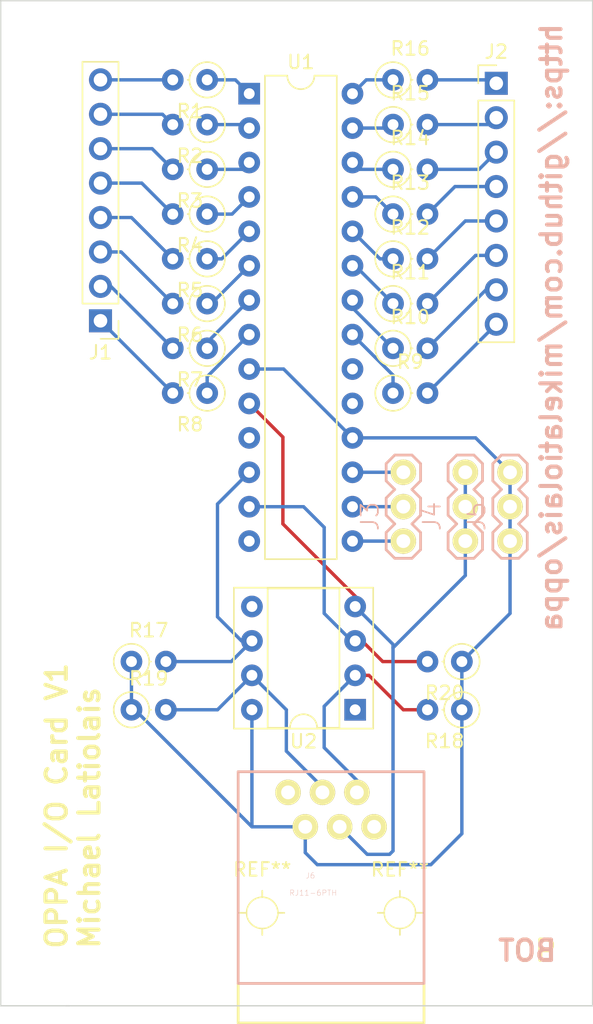
<source format=kicad_pcb>
(kicad_pcb (version 4) (host pcbnew 4.0.6)

  (general
    (links 0)
    (no_connects 0)
    (area 131.521999 71.577999 175.310001 147.367601)
    (thickness 1.6)
    (drawings 10)
    (tracks 134)
    (zones 0)
    (modules 30)
    (nets 48)
  )

  (page A4)
  (layers
    (0 F.Cu signal)
    (31 B.Cu signal)
    (32 B.Adhes user)
    (33 F.Adhes user)
    (34 B.Paste user)
    (35 F.Paste user)
    (36 B.SilkS user)
    (37 F.SilkS user)
    (38 B.Mask user)
    (39 F.Mask user)
    (40 Dwgs.User user)
    (41 Cmts.User user)
    (42 Eco1.User user)
    (43 Eco2.User user)
    (44 Edge.Cuts user)
    (45 Margin user)
    (46 B.CrtYd user)
    (47 F.CrtYd user)
    (48 B.Fab user)
    (49 F.Fab user)
  )

  (setup
    (last_trace_width 0.25)
    (trace_clearance 0.2)
    (zone_clearance 0.508)
    (zone_45_only no)
    (trace_min 0.2)
    (segment_width 0.2)
    (edge_width 0.1)
    (via_size 0.6)
    (via_drill 0.4)
    (via_min_size 0.4)
    (via_min_drill 0.3)
    (uvia_size 0.3)
    (uvia_drill 0.1)
    (uvias_allowed no)
    (uvia_min_size 0.2)
    (uvia_min_drill 0.1)
    (pcb_text_width 0.3)
    (pcb_text_size 1.5 1.5)
    (mod_edge_width 0.15)
    (mod_text_size 1 1)
    (mod_text_width 0.15)
    (pad_size 1.5 1.5)
    (pad_drill 0.6)
    (pad_to_mask_clearance 0)
    (aux_axis_origin 0 0)
    (visible_elements FFFFF77F)
    (pcbplotparams
      (layerselection 0x00030_80000001)
      (usegerberextensions false)
      (excludeedgelayer true)
      (linewidth 0.100000)
      (plotframeref false)
      (viasonmask false)
      (mode 1)
      (useauxorigin false)
      (hpglpennumber 1)
      (hpglpenspeed 20)
      (hpglpendiameter 15)
      (hpglpenoverlay 2)
      (psnegative false)
      (psa4output false)
      (plotreference true)
      (plotvalue true)
      (plotinvisibletext false)
      (padsonsilk false)
      (subtractmaskfromsilk false)
      (outputformat 1)
      (mirror false)
      (drillshape 1)
      (scaleselection 1)
      (outputdirectory ""))
  )

  (net 0 "")
  (net 1 "Net-(J1-Pad1)")
  (net 2 "Net-(J1-Pad2)")
  (net 3 "Net-(J1-Pad3)")
  (net 4 "Net-(J1-Pad4)")
  (net 5 "Net-(J1-Pad5)")
  (net 6 "Net-(J1-Pad6)")
  (net 7 "Net-(J1-Pad7)")
  (net 8 "Net-(J1-Pad8)")
  (net 9 "Net-(J2-Pad1)")
  (net 10 "Net-(J2-Pad2)")
  (net 11 "Net-(J2-Pad3)")
  (net 12 "Net-(J2-Pad4)")
  (net 13 "Net-(J2-Pad5)")
  (net 14 "Net-(J2-Pad6)")
  (net 15 "Net-(J2-Pad7)")
  (net 16 "Net-(J2-Pad8)")
  (net 17 "Net-(J3-Pad1)")
  (net 18 "Net-(J3-Pad2)")
  (net 19 "Net-(J3-Pad3)")
  (net 20 GND)
  (net 21 +5V)
  (net 22 "Net-(J6-Pad1)")
  (net 23 "Net-(J6-Pad3)")
  (net 24 "Net-(J6-Pad6)")
  (net 25 "Net-(R1-Pad1)")
  (net 26 "Net-(R2-Pad1)")
  (net 27 "Net-(R3-Pad1)")
  (net 28 "Net-(R4-Pad1)")
  (net 29 "Net-(R5-Pad1)")
  (net 30 "Net-(R6-Pad1)")
  (net 31 "Net-(R7-Pad1)")
  (net 32 "Net-(R8-Pad1)")
  (net 33 "Net-(R9-Pad1)")
  (net 34 "Net-(R10-Pad1)")
  (net 35 "Net-(R11-Pad1)")
  (net 36 "Net-(R12-Pad1)")
  (net 37 "Net-(R13-Pad1)")
  (net 38 "Net-(R14-Pad1)")
  (net 39 "Net-(R15-Pad1)")
  (net 40 "Net-(R16-Pad1)")
  (net 41 "Net-(U1-Pad19)")
  (net 42 "Net-(U1-Pad20)")
  (net 43 "Net-(R20-Pad2)")
  (net 44 "Net-(U2-Pad1)")
  (net 45 "Net-(U2-Pad5)")
  (net 46 "Net-(R17-Pad2)")
  (net 47 "Net-(J6-Pad5)")

  (net_class Default "This is the default net class."
    (clearance 0.2)
    (trace_width 0.25)
    (via_dia 0.6)
    (via_drill 0.4)
    (uvia_dia 0.3)
    (uvia_drill 0.1)
    (add_net +5V)
    (add_net GND)
    (add_net "Net-(J1-Pad1)")
    (add_net "Net-(J1-Pad2)")
    (add_net "Net-(J1-Pad3)")
    (add_net "Net-(J1-Pad4)")
    (add_net "Net-(J1-Pad5)")
    (add_net "Net-(J1-Pad6)")
    (add_net "Net-(J1-Pad7)")
    (add_net "Net-(J1-Pad8)")
    (add_net "Net-(J2-Pad1)")
    (add_net "Net-(J2-Pad2)")
    (add_net "Net-(J2-Pad3)")
    (add_net "Net-(J2-Pad4)")
    (add_net "Net-(J2-Pad5)")
    (add_net "Net-(J2-Pad6)")
    (add_net "Net-(J2-Pad7)")
    (add_net "Net-(J2-Pad8)")
    (add_net "Net-(J3-Pad1)")
    (add_net "Net-(J3-Pad2)")
    (add_net "Net-(J3-Pad3)")
    (add_net "Net-(J6-Pad1)")
    (add_net "Net-(J6-Pad3)")
    (add_net "Net-(J6-Pad5)")
    (add_net "Net-(J6-Pad6)")
    (add_net "Net-(R1-Pad1)")
    (add_net "Net-(R10-Pad1)")
    (add_net "Net-(R11-Pad1)")
    (add_net "Net-(R12-Pad1)")
    (add_net "Net-(R13-Pad1)")
    (add_net "Net-(R14-Pad1)")
    (add_net "Net-(R15-Pad1)")
    (add_net "Net-(R16-Pad1)")
    (add_net "Net-(R17-Pad2)")
    (add_net "Net-(R2-Pad1)")
    (add_net "Net-(R20-Pad2)")
    (add_net "Net-(R3-Pad1)")
    (add_net "Net-(R4-Pad1)")
    (add_net "Net-(R5-Pad1)")
    (add_net "Net-(R6-Pad1)")
    (add_net "Net-(R7-Pad1)")
    (add_net "Net-(R8-Pad1)")
    (add_net "Net-(R9-Pad1)")
    (add_net "Net-(U1-Pad19)")
    (add_net "Net-(U1-Pad20)")
    (add_net "Net-(U2-Pad1)")
    (add_net "Net-(U2-Pad5)")
  )

  (module SparkFun-Connectors:RJ11-6 (layer F.Cu) (tedit 200000) (tstamp 5BA31CC0)
    (at 155.956 138.938)
    (path /5BA1EF99)
    (attr virtual)
    (fp_text reference J6 (at -1.524 -2.7432) (layer B.SilkS)
      (effects (font (size 0.4064 0.4064) (thickness 0.0254)))
    )
    (fp_text value RJ11-6PTH (at -1.3208 -1.4732) (layer B.SilkS)
      (effects (font (size 0.4064 0.4064) (thickness 0.0254)))
    )
    (fp_line (start 6.858 5.207) (end 6.858 -10.414) (layer B.SilkS) (width 0.2032))
    (fp_line (start 6.858 -10.414) (end -6.858 -10.414) (layer B.SilkS) (width 0.2032))
    (fp_line (start -6.858 -10.414) (end -6.858 5.207) (layer B.SilkS) (width 0.2032))
    (fp_line (start 6.858 5.207) (end -6.858 5.207) (layer B.SilkS) (width 0.2032))
    (fp_line (start -6.858 5.207) (end -6.858 8.128) (layer F.SilkS) (width 0.2032))
    (fp_line (start -6.858 8.128) (end 6.858 8.128) (layer F.SilkS) (width 0.2032))
    (fp_line (start 6.858 8.128) (end 6.858 5.207) (layer F.SilkS) (width 0.2032))
    (fp_circle (center -5.08 0) (end -5.8928 0.8128) (layer F.SilkS) (width 0.127))
    (fp_line (start -6.7056 0) (end -3.4544 0) (layer F.SilkS) (width 0.127))
    (fp_line (start -5.08 1.6256) (end -5.08 -1.6256) (layer F.SilkS) (width 0.127))
    (fp_circle (center 5.08 0) (end 5.8928 0.8128) (layer F.SilkS) (width 0.127))
    (fp_line (start 3.4544 0) (end 6.7056 0) (layer F.SilkS) (width 0.127))
    (fp_line (start 5.08 1.6256) (end 5.08 -1.6256) (layer F.SilkS) (width 0.127))
    (pad 1 thru_hole circle (at -3.175 -8.89) (size 1.8796 1.8796) (drill 1.016) (layers *.Cu F.Paste F.SilkS F.Mask)
      (net 22 "Net-(J6-Pad1)"))
    (pad 2 thru_hole circle (at -1.905 -6.35) (size 1.8796 1.8796) (drill 1.016) (layers *.Cu F.Paste F.SilkS F.Mask)
      (net 21 +5V))
    (pad 3 thru_hole circle (at -0.635 -8.89) (size 1.8796 1.8796) (drill 1.016) (layers *.Cu F.Paste F.SilkS F.Mask)
      (net 23 "Net-(J6-Pad3)"))
    (pad 4 thru_hole circle (at 0.635 -6.35) (size 1.8796 1.8796) (drill 1.016) (layers *.Cu F.Paste F.SilkS F.Mask)
      (net 20 GND))
    (pad 5 thru_hole circle (at 1.905 -8.89) (size 1.8796 1.8796) (drill 1.016) (layers *.Cu F.Paste F.SilkS F.Mask)
      (net 47 "Net-(J6-Pad5)"))
    (pad 6 thru_hole circle (at 3.175 -6.35) (size 1.8796 1.8796) (drill 1.016) (layers *.Cu F.Paste F.SilkS F.Mask)
      (net 24 "Net-(J6-Pad6)"))
  )

  (module Housings_DIP:DIP-8_W7.62mm_Socket (layer F.Cu) (tedit 59C78D6B) (tstamp 5BA31D64)
    (at 157.734 123.952 180)
    (descr "8-lead though-hole mounted DIP package, row spacing 7.62 mm (300 mils), Socket")
    (tags "THT DIP DIL PDIP 2.54mm 7.62mm 300mil Socket")
    (path /5BA33A36)
    (fp_text reference U2 (at 3.81 -2.33 180) (layer F.SilkS)
      (effects (font (size 1 1) (thickness 0.15)))
    )
    (fp_text value P82B715 (at 3.81 9.95 180) (layer F.Fab)
      (effects (font (size 1 1) (thickness 0.15)))
    )
    (fp_arc (start 3.81 -1.33) (end 2.81 -1.33) (angle -180) (layer F.SilkS) (width 0.12))
    (fp_line (start 1.635 -1.27) (end 6.985 -1.27) (layer F.Fab) (width 0.1))
    (fp_line (start 6.985 -1.27) (end 6.985 8.89) (layer F.Fab) (width 0.1))
    (fp_line (start 6.985 8.89) (end 0.635 8.89) (layer F.Fab) (width 0.1))
    (fp_line (start 0.635 8.89) (end 0.635 -0.27) (layer F.Fab) (width 0.1))
    (fp_line (start 0.635 -0.27) (end 1.635 -1.27) (layer F.Fab) (width 0.1))
    (fp_line (start -1.27 -1.33) (end -1.27 8.95) (layer F.Fab) (width 0.1))
    (fp_line (start -1.27 8.95) (end 8.89 8.95) (layer F.Fab) (width 0.1))
    (fp_line (start 8.89 8.95) (end 8.89 -1.33) (layer F.Fab) (width 0.1))
    (fp_line (start 8.89 -1.33) (end -1.27 -1.33) (layer F.Fab) (width 0.1))
    (fp_line (start 2.81 -1.33) (end 1.16 -1.33) (layer F.SilkS) (width 0.12))
    (fp_line (start 1.16 -1.33) (end 1.16 8.95) (layer F.SilkS) (width 0.12))
    (fp_line (start 1.16 8.95) (end 6.46 8.95) (layer F.SilkS) (width 0.12))
    (fp_line (start 6.46 8.95) (end 6.46 -1.33) (layer F.SilkS) (width 0.12))
    (fp_line (start 6.46 -1.33) (end 4.81 -1.33) (layer F.SilkS) (width 0.12))
    (fp_line (start -1.33 -1.39) (end -1.33 9.01) (layer F.SilkS) (width 0.12))
    (fp_line (start -1.33 9.01) (end 8.95 9.01) (layer F.SilkS) (width 0.12))
    (fp_line (start 8.95 9.01) (end 8.95 -1.39) (layer F.SilkS) (width 0.12))
    (fp_line (start 8.95 -1.39) (end -1.33 -1.39) (layer F.SilkS) (width 0.12))
    (fp_line (start -1.55 -1.6) (end -1.55 9.2) (layer F.CrtYd) (width 0.05))
    (fp_line (start -1.55 9.2) (end 9.15 9.2) (layer F.CrtYd) (width 0.05))
    (fp_line (start 9.15 9.2) (end 9.15 -1.6) (layer F.CrtYd) (width 0.05))
    (fp_line (start 9.15 -1.6) (end -1.55 -1.6) (layer F.CrtYd) (width 0.05))
    (fp_text user %R (at 3.81 3.81 180) (layer F.Fab)
      (effects (font (size 1 1) (thickness 0.15)))
    )
    (pad 1 thru_hole rect (at 0 0 180) (size 1.6 1.6) (drill 0.8) (layers *.Cu *.Mask)
      (net 44 "Net-(U2-Pad1)"))
    (pad 5 thru_hole oval (at 7.62 7.62 180) (size 1.6 1.6) (drill 0.8) (layers *.Cu *.Mask)
      (net 45 "Net-(U2-Pad5)"))
    (pad 2 thru_hole oval (at 0 2.54 180) (size 1.6 1.6) (drill 0.8) (layers *.Cu *.Mask)
      (net 47 "Net-(J6-Pad5)"))
    (pad 6 thru_hole oval (at 7.62 5.08 180) (size 1.6 1.6) (drill 0.8) (layers *.Cu *.Mask)
      (net 46 "Net-(R17-Pad2)"))
    (pad 3 thru_hole oval (at 0 5.08 180) (size 1.6 1.6) (drill 0.8) (layers *.Cu *.Mask)
      (net 43 "Net-(R20-Pad2)"))
    (pad 7 thru_hole oval (at 7.62 2.54 180) (size 1.6 1.6) (drill 0.8) (layers *.Cu *.Mask)
      (net 23 "Net-(J6-Pad3)"))
    (pad 4 thru_hole oval (at 0 7.62 180) (size 1.6 1.6) (drill 0.8) (layers *.Cu *.Mask)
      (net 20 GND))
    (pad 8 thru_hole oval (at 7.62 0 180) (size 1.6 1.6) (drill 0.8) (layers *.Cu *.Mask)
      (net 21 +5V))
    (model ${KISYS3DMOD}/Housings_DIP.3dshapes/DIP-8_W7.62mm_Socket.wrl
      (at (xyz 0 0 0))
      (scale (xyz 1 1 1))
      (rotate (xyz 0 0 0))
    )
  )

  (module Pin_Headers:Pin_Header_Straight_1x08_Pitch2.54mm (layer F.Cu) (tedit 5BA9BA54) (tstamp 5BA31C95)
    (at 138.938 95.25 180)
    (descr "Through hole straight pin header, 1x08, 2.54mm pitch, single row")
    (tags "Through hole pin header THT 1x08 2.54mm single row")
    (path /5BA1D34C)
    (fp_text reference J1 (at 0 -2.33 180) (layer F.SilkS)
      (effects (font (size 1 1) (thickness 0.15)))
    )
    (fp_text value "" (at 0 20.11 180) (layer F.Fab)
      (effects (font (size 1 1) (thickness 0.15)))
    )
    (fp_line (start -0.635 -1.27) (end 1.27 -1.27) (layer F.Fab) (width 0.1))
    (fp_line (start 1.27 -1.27) (end 1.27 19.05) (layer F.Fab) (width 0.1))
    (fp_line (start 1.27 19.05) (end -1.27 19.05) (layer F.Fab) (width 0.1))
    (fp_line (start -1.27 19.05) (end -1.27 -0.635) (layer F.Fab) (width 0.1))
    (fp_line (start -1.27 -0.635) (end -0.635 -1.27) (layer F.Fab) (width 0.1))
    (fp_line (start -1.33 19.11) (end 1.33 19.11) (layer F.SilkS) (width 0.12))
    (fp_line (start -1.33 1.27) (end -1.33 19.11) (layer F.SilkS) (width 0.12))
    (fp_line (start 1.33 1.27) (end 1.33 19.11) (layer F.SilkS) (width 0.12))
    (fp_line (start -1.33 1.27) (end 1.33 1.27) (layer F.SilkS) (width 0.12))
    (fp_line (start -1.33 0) (end -1.33 -1.33) (layer F.SilkS) (width 0.12))
    (fp_line (start -1.33 -1.33) (end 0 -1.33) (layer F.SilkS) (width 0.12))
    (fp_line (start -1.8 -1.8) (end -1.8 19.55) (layer F.CrtYd) (width 0.05))
    (fp_line (start -1.8 19.55) (end 1.8 19.55) (layer F.CrtYd) (width 0.05))
    (fp_line (start 1.8 19.55) (end 1.8 -1.8) (layer F.CrtYd) (width 0.05))
    (fp_line (start 1.8 -1.8) (end -1.8 -1.8) (layer F.CrtYd) (width 0.05))
    (fp_text user %R (at 0 8.89 270) (layer F.Fab)
      (effects (font (size 1 1) (thickness 0.15)))
    )
    (pad 1 thru_hole rect (at 0 0 180) (size 1.7 1.7) (drill 1) (layers *.Cu *.Mask)
      (net 1 "Net-(J1-Pad1)"))
    (pad 2 thru_hole oval (at 0 2.54 180) (size 1.7 1.7) (drill 1) (layers *.Cu *.Mask)
      (net 2 "Net-(J1-Pad2)"))
    (pad 3 thru_hole oval (at 0 5.08 180) (size 1.7 1.7) (drill 1) (layers *.Cu *.Mask)
      (net 3 "Net-(J1-Pad3)"))
    (pad 4 thru_hole oval (at 0 7.62 180) (size 1.7 1.7) (drill 1) (layers *.Cu *.Mask)
      (net 4 "Net-(J1-Pad4)"))
    (pad 5 thru_hole oval (at 0 10.16 180) (size 1.7 1.7) (drill 1) (layers *.Cu *.Mask)
      (net 5 "Net-(J1-Pad5)"))
    (pad 6 thru_hole oval (at 0 12.7 180) (size 1.7 1.7) (drill 1) (layers *.Cu *.Mask)
      (net 6 "Net-(J1-Pad6)"))
    (pad 7 thru_hole oval (at 0 15.24 180) (size 1.7 1.7) (drill 1) (layers *.Cu *.Mask)
      (net 7 "Net-(J1-Pad7)"))
    (pad 8 thru_hole oval (at 0 17.78 180) (size 1.7 1.7) (drill 1) (layers *.Cu *.Mask)
      (net 8 "Net-(J1-Pad8)"))
    (model ${KISYS3DMOD}/Pin_Headers.3dshapes/Pin_Header_Straight_1x08_Pitch2.54mm.wrl
      (at (xyz 0 0 0))
      (scale (xyz 1 1 1))
      (rotate (xyz 0 0 0))
    )
  )

  (module Pin_Headers:Pin_Header_Straight_1x08_Pitch2.54mm (layer F.Cu) (tedit 5BA34CAA) (tstamp 5BA31CA1)
    (at 168.148 77.724)
    (descr "Through hole straight pin header, 1x08, 2.54mm pitch, single row")
    (tags "Through hole pin header THT 1x08 2.54mm single row")
    (path /5BA1D3C1)
    (fp_text reference J2 (at 0 -2.33) (layer F.SilkS)
      (effects (font (size 1 1) (thickness 0.15)))
    )
    (fp_text value "" (at 0 20.11) (layer F.Fab)
      (effects (font (size 1 1) (thickness 0.15)))
    )
    (fp_line (start -0.635 -1.27) (end 1.27 -1.27) (layer F.Fab) (width 0.1))
    (fp_line (start 1.27 -1.27) (end 1.27 19.05) (layer F.Fab) (width 0.1))
    (fp_line (start 1.27 19.05) (end -1.27 19.05) (layer F.Fab) (width 0.1))
    (fp_line (start -1.27 19.05) (end -1.27 -0.635) (layer F.Fab) (width 0.1))
    (fp_line (start -1.27 -0.635) (end -0.635 -1.27) (layer F.Fab) (width 0.1))
    (fp_line (start -1.33 19.11) (end 1.33 19.11) (layer F.SilkS) (width 0.12))
    (fp_line (start -1.33 1.27) (end -1.33 19.11) (layer F.SilkS) (width 0.12))
    (fp_line (start 1.33 1.27) (end 1.33 19.11) (layer F.SilkS) (width 0.12))
    (fp_line (start -1.33 1.27) (end 1.33 1.27) (layer F.SilkS) (width 0.12))
    (fp_line (start -1.33 0) (end -1.33 -1.33) (layer F.SilkS) (width 0.12))
    (fp_line (start -1.33 -1.33) (end 0 -1.33) (layer F.SilkS) (width 0.12))
    (fp_line (start -1.8 -1.8) (end -1.8 19.55) (layer F.CrtYd) (width 0.05))
    (fp_line (start -1.8 19.55) (end 1.8 19.55) (layer F.CrtYd) (width 0.05))
    (fp_line (start 1.8 19.55) (end 1.8 -1.8) (layer F.CrtYd) (width 0.05))
    (fp_line (start 1.8 -1.8) (end -1.8 -1.8) (layer F.CrtYd) (width 0.05))
    (fp_text user %R (at 0 8.89 90) (layer F.Fab)
      (effects (font (size 1 1) (thickness 0.15)))
    )
    (pad 1 thru_hole rect (at 0 0) (size 1.7 1.7) (drill 1) (layers *.Cu *.Mask)
      (net 9 "Net-(J2-Pad1)"))
    (pad 2 thru_hole oval (at 0 2.54) (size 1.7 1.7) (drill 1) (layers *.Cu *.Mask)
      (net 10 "Net-(J2-Pad2)"))
    (pad 3 thru_hole oval (at 0 5.08) (size 1.7 1.7) (drill 1) (layers *.Cu *.Mask)
      (net 11 "Net-(J2-Pad3)"))
    (pad 4 thru_hole oval (at 0 7.62) (size 1.7 1.7) (drill 1) (layers *.Cu *.Mask)
      (net 12 "Net-(J2-Pad4)"))
    (pad 5 thru_hole oval (at 0 10.16) (size 1.7 1.7) (drill 1) (layers *.Cu *.Mask)
      (net 13 "Net-(J2-Pad5)"))
    (pad 6 thru_hole oval (at 0 12.7) (size 1.7 1.7) (drill 1) (layers *.Cu *.Mask)
      (net 14 "Net-(J2-Pad6)"))
    (pad 7 thru_hole oval (at 0 15.24) (size 1.7 1.7) (drill 1) (layers *.Cu *.Mask)
      (net 15 "Net-(J2-Pad7)"))
    (pad 8 thru_hole oval (at 0 17.78) (size 1.7 1.7) (drill 1) (layers *.Cu *.Mask)
      (net 16 "Net-(J2-Pad8)"))
    (model ${KISYS3DMOD}/Pin_Headers.3dshapes/Pin_Header_Straight_1x08_Pitch2.54mm.wrl
      (at (xyz 0 0 0))
      (scale (xyz 1 1 1))
      (rotate (xyz 0 0 0))
    )
  )

  (module SparkFun-Connectors:1X03 (layer F.Cu) (tedit 5BA34CBE) (tstamp 5BA31CAF)
    (at 165.862 111.506 90)
    (path /5BA1F18C)
    (attr virtual)
    (fp_text reference J4 (at 1.8288 -2.4638 90) (layer B.SilkS)
      (effects (font (size 1.27 1.27) (thickness 0.127)))
    )
    (fp_text value "" (at 2.54 2.54 90) (layer B.SilkS)
      (effects (font (size 1.27 1.27) (thickness 0.1016)) (justify mirror))
    )
    (fp_line (start 4.826 0.254) (end 5.334 0.254) (layer F.SilkS) (width 0.06604))
    (fp_line (start 5.334 0.254) (end 5.334 -0.254) (layer F.SilkS) (width 0.06604))
    (fp_line (start 4.826 -0.254) (end 5.334 -0.254) (layer F.SilkS) (width 0.06604))
    (fp_line (start 4.826 0.254) (end 4.826 -0.254) (layer F.SilkS) (width 0.06604))
    (fp_line (start 2.286 0.254) (end 2.794 0.254) (layer F.SilkS) (width 0.06604))
    (fp_line (start 2.794 0.254) (end 2.794 -0.254) (layer F.SilkS) (width 0.06604))
    (fp_line (start 2.286 -0.254) (end 2.794 -0.254) (layer F.SilkS) (width 0.06604))
    (fp_line (start 2.286 0.254) (end 2.286 -0.254) (layer F.SilkS) (width 0.06604))
    (fp_line (start -0.254 0.254) (end 0.254 0.254) (layer F.SilkS) (width 0.06604))
    (fp_line (start 0.254 0.254) (end 0.254 -0.254) (layer F.SilkS) (width 0.06604))
    (fp_line (start -0.254 -0.254) (end 0.254 -0.254) (layer F.SilkS) (width 0.06604))
    (fp_line (start -0.254 0.254) (end -0.254 -0.254) (layer F.SilkS) (width 0.06604))
    (fp_line (start 3.81 -0.635) (end 4.445 -1.27) (layer B.SilkS) (width 0.2032))
    (fp_line (start 4.445 -1.27) (end 5.715 -1.27) (layer B.SilkS) (width 0.2032))
    (fp_line (start 5.715 -1.27) (end 6.35 -0.635) (layer B.SilkS) (width 0.2032))
    (fp_line (start 6.35 0.635) (end 5.715 1.27) (layer B.SilkS) (width 0.2032))
    (fp_line (start 5.715 1.27) (end 4.445 1.27) (layer B.SilkS) (width 0.2032))
    (fp_line (start 4.445 1.27) (end 3.81 0.635) (layer B.SilkS) (width 0.2032))
    (fp_line (start -0.635 -1.27) (end 0.635 -1.27) (layer B.SilkS) (width 0.2032))
    (fp_line (start 0.635 -1.27) (end 1.27 -0.635) (layer B.SilkS) (width 0.2032))
    (fp_line (start 1.27 0.635) (end 0.635 1.27) (layer B.SilkS) (width 0.2032))
    (fp_line (start 1.27 -0.635) (end 1.905 -1.27) (layer B.SilkS) (width 0.2032))
    (fp_line (start 1.905 -1.27) (end 3.175 -1.27) (layer B.SilkS) (width 0.2032))
    (fp_line (start 3.175 -1.27) (end 3.81 -0.635) (layer B.SilkS) (width 0.2032))
    (fp_line (start 3.81 0.635) (end 3.175 1.27) (layer B.SilkS) (width 0.2032))
    (fp_line (start 3.175 1.27) (end 1.905 1.27) (layer B.SilkS) (width 0.2032))
    (fp_line (start 1.905 1.27) (end 1.27 0.635) (layer B.SilkS) (width 0.2032))
    (fp_line (start -1.27 -0.635) (end -1.27 0.635) (layer B.SilkS) (width 0.2032))
    (fp_line (start -0.635 -1.27) (end -1.27 -0.635) (layer B.SilkS) (width 0.2032))
    (fp_line (start -1.27 0.635) (end -0.635 1.27) (layer B.SilkS) (width 0.2032))
    (fp_line (start 0.635 1.27) (end -0.635 1.27) (layer B.SilkS) (width 0.2032))
    (fp_line (start 6.35 -0.635) (end 6.35 0.635) (layer B.SilkS) (width 0.2032))
    (pad 1 thru_hole circle (at 0 0 90) (size 1.8796 1.8796) (drill 1.016) (layers *.Cu F.Paste F.SilkS F.Mask)
      (net 20 GND))
    (pad 2 thru_hole circle (at 2.54 0 90) (size 1.8796 1.8796) (drill 1.016) (layers *.Cu F.Paste F.SilkS F.Mask)
      (net 20 GND))
    (pad 3 thru_hole circle (at 5.08 0 90) (size 1.8796 1.8796) (drill 1.016) (layers *.Cu F.Paste F.SilkS F.Mask)
      (net 20 GND))
  )

  (module SparkFun-Connectors:1X03 (layer F.Cu) (tedit 5BA34CB1) (tstamp 5BA31CB6)
    (at 169.164 111.506 90)
    (path /5BA1F29A)
    (attr virtual)
    (fp_text reference J5 (at 1.8288 -2.4638 90) (layer B.SilkS)
      (effects (font (size 1.27 1.27) (thickness 0.127)))
    )
    (fp_text value "" (at 2.54 2.54 90) (layer B.SilkS)
      (effects (font (size 1.27 1.27) (thickness 0.1016)) (justify mirror))
    )
    (fp_line (start 4.826 0.254) (end 5.334 0.254) (layer F.SilkS) (width 0.06604))
    (fp_line (start 5.334 0.254) (end 5.334 -0.254) (layer F.SilkS) (width 0.06604))
    (fp_line (start 4.826 -0.254) (end 5.334 -0.254) (layer F.SilkS) (width 0.06604))
    (fp_line (start 4.826 0.254) (end 4.826 -0.254) (layer F.SilkS) (width 0.06604))
    (fp_line (start 2.286 0.254) (end 2.794 0.254) (layer F.SilkS) (width 0.06604))
    (fp_line (start 2.794 0.254) (end 2.794 -0.254) (layer F.SilkS) (width 0.06604))
    (fp_line (start 2.286 -0.254) (end 2.794 -0.254) (layer F.SilkS) (width 0.06604))
    (fp_line (start 2.286 0.254) (end 2.286 -0.254) (layer F.SilkS) (width 0.06604))
    (fp_line (start -0.254 0.254) (end 0.254 0.254) (layer F.SilkS) (width 0.06604))
    (fp_line (start 0.254 0.254) (end 0.254 -0.254) (layer F.SilkS) (width 0.06604))
    (fp_line (start -0.254 -0.254) (end 0.254 -0.254) (layer F.SilkS) (width 0.06604))
    (fp_line (start -0.254 0.254) (end -0.254 -0.254) (layer F.SilkS) (width 0.06604))
    (fp_line (start 3.81 -0.635) (end 4.445 -1.27) (layer B.SilkS) (width 0.2032))
    (fp_line (start 4.445 -1.27) (end 5.715 -1.27) (layer B.SilkS) (width 0.2032))
    (fp_line (start 5.715 -1.27) (end 6.35 -0.635) (layer B.SilkS) (width 0.2032))
    (fp_line (start 6.35 0.635) (end 5.715 1.27) (layer B.SilkS) (width 0.2032))
    (fp_line (start 5.715 1.27) (end 4.445 1.27) (layer B.SilkS) (width 0.2032))
    (fp_line (start 4.445 1.27) (end 3.81 0.635) (layer B.SilkS) (width 0.2032))
    (fp_line (start -0.635 -1.27) (end 0.635 -1.27) (layer B.SilkS) (width 0.2032))
    (fp_line (start 0.635 -1.27) (end 1.27 -0.635) (layer B.SilkS) (width 0.2032))
    (fp_line (start 1.27 0.635) (end 0.635 1.27) (layer B.SilkS) (width 0.2032))
    (fp_line (start 1.27 -0.635) (end 1.905 -1.27) (layer B.SilkS) (width 0.2032))
    (fp_line (start 1.905 -1.27) (end 3.175 -1.27) (layer B.SilkS) (width 0.2032))
    (fp_line (start 3.175 -1.27) (end 3.81 -0.635) (layer B.SilkS) (width 0.2032))
    (fp_line (start 3.81 0.635) (end 3.175 1.27) (layer B.SilkS) (width 0.2032))
    (fp_line (start 3.175 1.27) (end 1.905 1.27) (layer B.SilkS) (width 0.2032))
    (fp_line (start 1.905 1.27) (end 1.27 0.635) (layer B.SilkS) (width 0.2032))
    (fp_line (start -1.27 -0.635) (end -1.27 0.635) (layer B.SilkS) (width 0.2032))
    (fp_line (start -0.635 -1.27) (end -1.27 -0.635) (layer B.SilkS) (width 0.2032))
    (fp_line (start -1.27 0.635) (end -0.635 1.27) (layer B.SilkS) (width 0.2032))
    (fp_line (start 0.635 1.27) (end -0.635 1.27) (layer B.SilkS) (width 0.2032))
    (fp_line (start 6.35 -0.635) (end 6.35 0.635) (layer B.SilkS) (width 0.2032))
    (pad 1 thru_hole circle (at 0 0 90) (size 1.8796 1.8796) (drill 1.016) (layers *.Cu F.Paste F.SilkS F.Mask)
      (net 21 +5V))
    (pad 2 thru_hole circle (at 2.54 0 90) (size 1.8796 1.8796) (drill 1.016) (layers *.Cu F.Paste F.SilkS F.Mask)
      (net 21 +5V))
    (pad 3 thru_hole circle (at 5.08 0 90) (size 1.8796 1.8796) (drill 1.016) (layers *.Cu F.Paste F.SilkS F.Mask)
      (net 21 +5V))
  )

  (module Resistors_THT:R_Axial_DIN0207_L6.3mm_D2.5mm_P2.54mm_Vertical (layer F.Cu) (tedit 5874F706) (tstamp 5BA31CC6)
    (at 146.812 77.47 180)
    (descr "Resistor, Axial_DIN0207 series, Axial, Vertical, pin pitch=2.54mm, 0.25W = 1/4W, length*diameter=6.3*2.5mm^2, http://cdn-reichelt.de/documents/datenblatt/B400/1_4W%23YAG.pdf")
    (tags "Resistor Axial_DIN0207 series Axial Vertical pin pitch 2.54mm 0.25W = 1/4W length 6.3mm diameter 2.5mm")
    (path /5BA1D61A)
    (fp_text reference R1 (at 1.27 -2.31 180) (layer F.SilkS)
      (effects (font (size 1 1) (thickness 0.15)))
    )
    (fp_text value R (at 1.27 2.31 180) (layer F.Fab)
      (effects (font (size 1 1) (thickness 0.15)))
    )
    (fp_circle (center 0 0) (end 1.25 0) (layer F.Fab) (width 0.1))
    (fp_circle (center 0 0) (end 1.31 0) (layer F.SilkS) (width 0.12))
    (fp_line (start 0 0) (end 2.54 0) (layer F.Fab) (width 0.1))
    (fp_line (start 1.31 0) (end 1.44 0) (layer F.SilkS) (width 0.12))
    (fp_line (start -1.6 -1.6) (end -1.6 1.6) (layer F.CrtYd) (width 0.05))
    (fp_line (start -1.6 1.6) (end 3.65 1.6) (layer F.CrtYd) (width 0.05))
    (fp_line (start 3.65 1.6) (end 3.65 -1.6) (layer F.CrtYd) (width 0.05))
    (fp_line (start 3.65 -1.6) (end -1.6 -1.6) (layer F.CrtYd) (width 0.05))
    (pad 1 thru_hole circle (at 0 0 180) (size 1.6 1.6) (drill 0.8) (layers *.Cu *.Mask)
      (net 25 "Net-(R1-Pad1)"))
    (pad 2 thru_hole oval (at 2.54 0 180) (size 1.6 1.6) (drill 0.8) (layers *.Cu *.Mask)
      (net 8 "Net-(J1-Pad8)"))
    (model ${KISYS3DMOD}/Resistors_THT.3dshapes/R_Axial_DIN0207_L6.3mm_D2.5mm_P2.54mm_Vertical.wrl
      (at (xyz 0 0 0))
      (scale (xyz 0.393701 0.393701 0.393701))
      (rotate (xyz 0 0 0))
    )
  )

  (module Resistors_THT:R_Axial_DIN0207_L6.3mm_D2.5mm_P2.54mm_Vertical (layer F.Cu) (tedit 5874F706) (tstamp 5BA31CCC)
    (at 146.812 80.772 180)
    (descr "Resistor, Axial_DIN0207 series, Axial, Vertical, pin pitch=2.54mm, 0.25W = 1/4W, length*diameter=6.3*2.5mm^2, http://cdn-reichelt.de/documents/datenblatt/B400/1_4W%23YAG.pdf")
    (tags "Resistor Axial_DIN0207 series Axial Vertical pin pitch 2.54mm 0.25W = 1/4W length 6.3mm diameter 2.5mm")
    (path /5BA1D66B)
    (fp_text reference R2 (at 1.27 -2.31 180) (layer F.SilkS)
      (effects (font (size 1 1) (thickness 0.15)))
    )
    (fp_text value R (at 1.27 2.31 180) (layer F.Fab)
      (effects (font (size 1 1) (thickness 0.15)))
    )
    (fp_circle (center 0 0) (end 1.25 0) (layer F.Fab) (width 0.1))
    (fp_circle (center 0 0) (end 1.31 0) (layer F.SilkS) (width 0.12))
    (fp_line (start 0 0) (end 2.54 0) (layer F.Fab) (width 0.1))
    (fp_line (start 1.31 0) (end 1.44 0) (layer F.SilkS) (width 0.12))
    (fp_line (start -1.6 -1.6) (end -1.6 1.6) (layer F.CrtYd) (width 0.05))
    (fp_line (start -1.6 1.6) (end 3.65 1.6) (layer F.CrtYd) (width 0.05))
    (fp_line (start 3.65 1.6) (end 3.65 -1.6) (layer F.CrtYd) (width 0.05))
    (fp_line (start 3.65 -1.6) (end -1.6 -1.6) (layer F.CrtYd) (width 0.05))
    (pad 1 thru_hole circle (at 0 0 180) (size 1.6 1.6) (drill 0.8) (layers *.Cu *.Mask)
      (net 26 "Net-(R2-Pad1)"))
    (pad 2 thru_hole oval (at 2.54 0 180) (size 1.6 1.6) (drill 0.8) (layers *.Cu *.Mask)
      (net 7 "Net-(J1-Pad7)"))
    (model ${KISYS3DMOD}/Resistors_THT.3dshapes/R_Axial_DIN0207_L6.3mm_D2.5mm_P2.54mm_Vertical.wrl
      (at (xyz 0 0 0))
      (scale (xyz 0.393701 0.393701 0.393701))
      (rotate (xyz 0 0 0))
    )
  )

  (module Resistors_THT:R_Axial_DIN0207_L6.3mm_D2.5mm_P2.54mm_Vertical (layer F.Cu) (tedit 5874F706) (tstamp 5BA31CD2)
    (at 146.812 84.074 180)
    (descr "Resistor, Axial_DIN0207 series, Axial, Vertical, pin pitch=2.54mm, 0.25W = 1/4W, length*diameter=6.3*2.5mm^2, http://cdn-reichelt.de/documents/datenblatt/B400/1_4W%23YAG.pdf")
    (tags "Resistor Axial_DIN0207 series Axial Vertical pin pitch 2.54mm 0.25W = 1/4W length 6.3mm diameter 2.5mm")
    (path /5BA1D6BD)
    (fp_text reference R3 (at 1.27 -2.31 180) (layer F.SilkS)
      (effects (font (size 1 1) (thickness 0.15)))
    )
    (fp_text value R (at 1.27 2.31 180) (layer F.Fab)
      (effects (font (size 1 1) (thickness 0.15)))
    )
    (fp_circle (center 0 0) (end 1.25 0) (layer F.Fab) (width 0.1))
    (fp_circle (center 0 0) (end 1.31 0) (layer F.SilkS) (width 0.12))
    (fp_line (start 0 0) (end 2.54 0) (layer F.Fab) (width 0.1))
    (fp_line (start 1.31 0) (end 1.44 0) (layer F.SilkS) (width 0.12))
    (fp_line (start -1.6 -1.6) (end -1.6 1.6) (layer F.CrtYd) (width 0.05))
    (fp_line (start -1.6 1.6) (end 3.65 1.6) (layer F.CrtYd) (width 0.05))
    (fp_line (start 3.65 1.6) (end 3.65 -1.6) (layer F.CrtYd) (width 0.05))
    (fp_line (start 3.65 -1.6) (end -1.6 -1.6) (layer F.CrtYd) (width 0.05))
    (pad 1 thru_hole circle (at 0 0 180) (size 1.6 1.6) (drill 0.8) (layers *.Cu *.Mask)
      (net 27 "Net-(R3-Pad1)"))
    (pad 2 thru_hole oval (at 2.54 0 180) (size 1.6 1.6) (drill 0.8) (layers *.Cu *.Mask)
      (net 6 "Net-(J1-Pad6)"))
    (model ${KISYS3DMOD}/Resistors_THT.3dshapes/R_Axial_DIN0207_L6.3mm_D2.5mm_P2.54mm_Vertical.wrl
      (at (xyz 0 0 0))
      (scale (xyz 0.393701 0.393701 0.393701))
      (rotate (xyz 0 0 0))
    )
  )

  (module Resistors_THT:R_Axial_DIN0207_L6.3mm_D2.5mm_P2.54mm_Vertical (layer F.Cu) (tedit 5874F706) (tstamp 5BA31CD8)
    (at 146.812 87.376 180)
    (descr "Resistor, Axial_DIN0207 series, Axial, Vertical, pin pitch=2.54mm, 0.25W = 1/4W, length*diameter=6.3*2.5mm^2, http://cdn-reichelt.de/documents/datenblatt/B400/1_4W%23YAG.pdf")
    (tags "Resistor Axial_DIN0207 series Axial Vertical pin pitch 2.54mm 0.25W = 1/4W length 6.3mm diameter 2.5mm")
    (path /5BA1DADF)
    (fp_text reference R4 (at 1.27 -2.31 180) (layer F.SilkS)
      (effects (font (size 1 1) (thickness 0.15)))
    )
    (fp_text value R (at 1.27 2.31 180) (layer F.Fab)
      (effects (font (size 1 1) (thickness 0.15)))
    )
    (fp_circle (center 0 0) (end 1.25 0) (layer F.Fab) (width 0.1))
    (fp_circle (center 0 0) (end 1.31 0) (layer F.SilkS) (width 0.12))
    (fp_line (start 0 0) (end 2.54 0) (layer F.Fab) (width 0.1))
    (fp_line (start 1.31 0) (end 1.44 0) (layer F.SilkS) (width 0.12))
    (fp_line (start -1.6 -1.6) (end -1.6 1.6) (layer F.CrtYd) (width 0.05))
    (fp_line (start -1.6 1.6) (end 3.65 1.6) (layer F.CrtYd) (width 0.05))
    (fp_line (start 3.65 1.6) (end 3.65 -1.6) (layer F.CrtYd) (width 0.05))
    (fp_line (start 3.65 -1.6) (end -1.6 -1.6) (layer F.CrtYd) (width 0.05))
    (pad 1 thru_hole circle (at 0 0 180) (size 1.6 1.6) (drill 0.8) (layers *.Cu *.Mask)
      (net 28 "Net-(R4-Pad1)"))
    (pad 2 thru_hole oval (at 2.54 0 180) (size 1.6 1.6) (drill 0.8) (layers *.Cu *.Mask)
      (net 5 "Net-(J1-Pad5)"))
    (model ${KISYS3DMOD}/Resistors_THT.3dshapes/R_Axial_DIN0207_L6.3mm_D2.5mm_P2.54mm_Vertical.wrl
      (at (xyz 0 0 0))
      (scale (xyz 0.393701 0.393701 0.393701))
      (rotate (xyz 0 0 0))
    )
  )

  (module Resistors_THT:R_Axial_DIN0207_L6.3mm_D2.5mm_P2.54mm_Vertical (layer F.Cu) (tedit 5874F706) (tstamp 5BA31CDE)
    (at 146.812 90.678 180)
    (descr "Resistor, Axial_DIN0207 series, Axial, Vertical, pin pitch=2.54mm, 0.25W = 1/4W, length*diameter=6.3*2.5mm^2, http://cdn-reichelt.de/documents/datenblatt/B400/1_4W%23YAG.pdf")
    (tags "Resistor Axial_DIN0207 series Axial Vertical pin pitch 2.54mm 0.25W = 1/4W length 6.3mm diameter 2.5mm")
    (path /5BA1DBA2)
    (fp_text reference R5 (at 1.27 -2.31 180) (layer F.SilkS)
      (effects (font (size 1 1) (thickness 0.15)))
    )
    (fp_text value R (at 1.27 2.31 180) (layer F.Fab)
      (effects (font (size 1 1) (thickness 0.15)))
    )
    (fp_circle (center 0 0) (end 1.25 0) (layer F.Fab) (width 0.1))
    (fp_circle (center 0 0) (end 1.31 0) (layer F.SilkS) (width 0.12))
    (fp_line (start 0 0) (end 2.54 0) (layer F.Fab) (width 0.1))
    (fp_line (start 1.31 0) (end 1.44 0) (layer F.SilkS) (width 0.12))
    (fp_line (start -1.6 -1.6) (end -1.6 1.6) (layer F.CrtYd) (width 0.05))
    (fp_line (start -1.6 1.6) (end 3.65 1.6) (layer F.CrtYd) (width 0.05))
    (fp_line (start 3.65 1.6) (end 3.65 -1.6) (layer F.CrtYd) (width 0.05))
    (fp_line (start 3.65 -1.6) (end -1.6 -1.6) (layer F.CrtYd) (width 0.05))
    (pad 1 thru_hole circle (at 0 0 180) (size 1.6 1.6) (drill 0.8) (layers *.Cu *.Mask)
      (net 29 "Net-(R5-Pad1)"))
    (pad 2 thru_hole oval (at 2.54 0 180) (size 1.6 1.6) (drill 0.8) (layers *.Cu *.Mask)
      (net 4 "Net-(J1-Pad4)"))
    (model ${KISYS3DMOD}/Resistors_THT.3dshapes/R_Axial_DIN0207_L6.3mm_D2.5mm_P2.54mm_Vertical.wrl
      (at (xyz 0 0 0))
      (scale (xyz 0.393701 0.393701 0.393701))
      (rotate (xyz 0 0 0))
    )
  )

  (module Resistors_THT:R_Axial_DIN0207_L6.3mm_D2.5mm_P2.54mm_Vertical (layer F.Cu) (tedit 5874F706) (tstamp 5BA31CE4)
    (at 146.812 93.98 180)
    (descr "Resistor, Axial_DIN0207 series, Axial, Vertical, pin pitch=2.54mm, 0.25W = 1/4W, length*diameter=6.3*2.5mm^2, http://cdn-reichelt.de/documents/datenblatt/B400/1_4W%23YAG.pdf")
    (tags "Resistor Axial_DIN0207 series Axial Vertical pin pitch 2.54mm 0.25W = 1/4W length 6.3mm diameter 2.5mm")
    (path /5BA1DC44)
    (fp_text reference R6 (at 1.27 -2.31 180) (layer F.SilkS)
      (effects (font (size 1 1) (thickness 0.15)))
    )
    (fp_text value R (at 1.27 2.31 180) (layer F.Fab)
      (effects (font (size 1 1) (thickness 0.15)))
    )
    (fp_circle (center 0 0) (end 1.25 0) (layer F.Fab) (width 0.1))
    (fp_circle (center 0 0) (end 1.31 0) (layer F.SilkS) (width 0.12))
    (fp_line (start 0 0) (end 2.54 0) (layer F.Fab) (width 0.1))
    (fp_line (start 1.31 0) (end 1.44 0) (layer F.SilkS) (width 0.12))
    (fp_line (start -1.6 -1.6) (end -1.6 1.6) (layer F.CrtYd) (width 0.05))
    (fp_line (start -1.6 1.6) (end 3.65 1.6) (layer F.CrtYd) (width 0.05))
    (fp_line (start 3.65 1.6) (end 3.65 -1.6) (layer F.CrtYd) (width 0.05))
    (fp_line (start 3.65 -1.6) (end -1.6 -1.6) (layer F.CrtYd) (width 0.05))
    (pad 1 thru_hole circle (at 0 0 180) (size 1.6 1.6) (drill 0.8) (layers *.Cu *.Mask)
      (net 30 "Net-(R6-Pad1)"))
    (pad 2 thru_hole oval (at 2.54 0 180) (size 1.6 1.6) (drill 0.8) (layers *.Cu *.Mask)
      (net 3 "Net-(J1-Pad3)"))
    (model ${KISYS3DMOD}/Resistors_THT.3dshapes/R_Axial_DIN0207_L6.3mm_D2.5mm_P2.54mm_Vertical.wrl
      (at (xyz 0 0 0))
      (scale (xyz 0.393701 0.393701 0.393701))
      (rotate (xyz 0 0 0))
    )
  )

  (module Resistors_THT:R_Axial_DIN0207_L6.3mm_D2.5mm_P2.54mm_Vertical (layer F.Cu) (tedit 5874F706) (tstamp 5BA31CEA)
    (at 146.812 97.282 180)
    (descr "Resistor, Axial_DIN0207 series, Axial, Vertical, pin pitch=2.54mm, 0.25W = 1/4W, length*diameter=6.3*2.5mm^2, http://cdn-reichelt.de/documents/datenblatt/B400/1_4W%23YAG.pdf")
    (tags "Resistor Axial_DIN0207 series Axial Vertical pin pitch 2.54mm 0.25W = 1/4W length 6.3mm diameter 2.5mm")
    (path /5BA1DCC1)
    (fp_text reference R7 (at 1.27 -2.31 180) (layer F.SilkS)
      (effects (font (size 1 1) (thickness 0.15)))
    )
    (fp_text value R (at 1.27 2.31 180) (layer F.Fab)
      (effects (font (size 1 1) (thickness 0.15)))
    )
    (fp_circle (center 0 0) (end 1.25 0) (layer F.Fab) (width 0.1))
    (fp_circle (center 0 0) (end 1.31 0) (layer F.SilkS) (width 0.12))
    (fp_line (start 0 0) (end 2.54 0) (layer F.Fab) (width 0.1))
    (fp_line (start 1.31 0) (end 1.44 0) (layer F.SilkS) (width 0.12))
    (fp_line (start -1.6 -1.6) (end -1.6 1.6) (layer F.CrtYd) (width 0.05))
    (fp_line (start -1.6 1.6) (end 3.65 1.6) (layer F.CrtYd) (width 0.05))
    (fp_line (start 3.65 1.6) (end 3.65 -1.6) (layer F.CrtYd) (width 0.05))
    (fp_line (start 3.65 -1.6) (end -1.6 -1.6) (layer F.CrtYd) (width 0.05))
    (pad 1 thru_hole circle (at 0 0 180) (size 1.6 1.6) (drill 0.8) (layers *.Cu *.Mask)
      (net 31 "Net-(R7-Pad1)"))
    (pad 2 thru_hole oval (at 2.54 0 180) (size 1.6 1.6) (drill 0.8) (layers *.Cu *.Mask)
      (net 2 "Net-(J1-Pad2)"))
    (model ${KISYS3DMOD}/Resistors_THT.3dshapes/R_Axial_DIN0207_L6.3mm_D2.5mm_P2.54mm_Vertical.wrl
      (at (xyz 0 0 0))
      (scale (xyz 0.393701 0.393701 0.393701))
      (rotate (xyz 0 0 0))
    )
  )

  (module Resistors_THT:R_Axial_DIN0207_L6.3mm_D2.5mm_P2.54mm_Vertical (layer F.Cu) (tedit 5874F706) (tstamp 5BA31CF0)
    (at 146.812 100.584 180)
    (descr "Resistor, Axial_DIN0207 series, Axial, Vertical, pin pitch=2.54mm, 0.25W = 1/4W, length*diameter=6.3*2.5mm^2, http://cdn-reichelt.de/documents/datenblatt/B400/1_4W%23YAG.pdf")
    (tags "Resistor Axial_DIN0207 series Axial Vertical pin pitch 2.54mm 0.25W = 1/4W length 6.3mm diameter 2.5mm")
    (path /5BA1DD4A)
    (fp_text reference R8 (at 1.27 -2.31 180) (layer F.SilkS)
      (effects (font (size 1 1) (thickness 0.15)))
    )
    (fp_text value R (at 1.27 2.31 180) (layer F.Fab)
      (effects (font (size 1 1) (thickness 0.15)))
    )
    (fp_circle (center 0 0) (end 1.25 0) (layer F.Fab) (width 0.1))
    (fp_circle (center 0 0) (end 1.31 0) (layer F.SilkS) (width 0.12))
    (fp_line (start 0 0) (end 2.54 0) (layer F.Fab) (width 0.1))
    (fp_line (start 1.31 0) (end 1.44 0) (layer F.SilkS) (width 0.12))
    (fp_line (start -1.6 -1.6) (end -1.6 1.6) (layer F.CrtYd) (width 0.05))
    (fp_line (start -1.6 1.6) (end 3.65 1.6) (layer F.CrtYd) (width 0.05))
    (fp_line (start 3.65 1.6) (end 3.65 -1.6) (layer F.CrtYd) (width 0.05))
    (fp_line (start 3.65 -1.6) (end -1.6 -1.6) (layer F.CrtYd) (width 0.05))
    (pad 1 thru_hole circle (at 0 0 180) (size 1.6 1.6) (drill 0.8) (layers *.Cu *.Mask)
      (net 32 "Net-(R8-Pad1)"))
    (pad 2 thru_hole oval (at 2.54 0 180) (size 1.6 1.6) (drill 0.8) (layers *.Cu *.Mask)
      (net 1 "Net-(J1-Pad1)"))
    (model ${KISYS3DMOD}/Resistors_THT.3dshapes/R_Axial_DIN0207_L6.3mm_D2.5mm_P2.54mm_Vertical.wrl
      (at (xyz 0 0 0))
      (scale (xyz 0.393701 0.393701 0.393701))
      (rotate (xyz 0 0 0))
    )
  )

  (module Resistors_THT:R_Axial_DIN0207_L6.3mm_D2.5mm_P2.54mm_Vertical (layer F.Cu) (tedit 5874F706) (tstamp 5BA31CF6)
    (at 160.528 100.584)
    (descr "Resistor, Axial_DIN0207 series, Axial, Vertical, pin pitch=2.54mm, 0.25W = 1/4W, length*diameter=6.3*2.5mm^2, http://cdn-reichelt.de/documents/datenblatt/B400/1_4W%23YAG.pdf")
    (tags "Resistor Axial_DIN0207 series Axial Vertical pin pitch 2.54mm 0.25W = 1/4W length 6.3mm diameter 2.5mm")
    (path /5BA1DFDF)
    (fp_text reference R9 (at 1.27 -2.31) (layer F.SilkS)
      (effects (font (size 1 1) (thickness 0.15)))
    )
    (fp_text value R (at 1.27 2.31) (layer F.Fab)
      (effects (font (size 1 1) (thickness 0.15)))
    )
    (fp_circle (center 0 0) (end 1.25 0) (layer F.Fab) (width 0.1))
    (fp_circle (center 0 0) (end 1.31 0) (layer F.SilkS) (width 0.12))
    (fp_line (start 0 0) (end 2.54 0) (layer F.Fab) (width 0.1))
    (fp_line (start 1.31 0) (end 1.44 0) (layer F.SilkS) (width 0.12))
    (fp_line (start -1.6 -1.6) (end -1.6 1.6) (layer F.CrtYd) (width 0.05))
    (fp_line (start -1.6 1.6) (end 3.65 1.6) (layer F.CrtYd) (width 0.05))
    (fp_line (start 3.65 1.6) (end 3.65 -1.6) (layer F.CrtYd) (width 0.05))
    (fp_line (start 3.65 -1.6) (end -1.6 -1.6) (layer F.CrtYd) (width 0.05))
    (pad 1 thru_hole circle (at 0 0) (size 1.6 1.6) (drill 0.8) (layers *.Cu *.Mask)
      (net 33 "Net-(R9-Pad1)"))
    (pad 2 thru_hole oval (at 2.54 0) (size 1.6 1.6) (drill 0.8) (layers *.Cu *.Mask)
      (net 16 "Net-(J2-Pad8)"))
    (model ${KISYS3DMOD}/Resistors_THT.3dshapes/R_Axial_DIN0207_L6.3mm_D2.5mm_P2.54mm_Vertical.wrl
      (at (xyz 0 0 0))
      (scale (xyz 0.393701 0.393701 0.393701))
      (rotate (xyz 0 0 0))
    )
  )

  (module Resistors_THT:R_Axial_DIN0207_L6.3mm_D2.5mm_P2.54mm_Vertical (layer F.Cu) (tedit 5874F706) (tstamp 5BA31CFC)
    (at 160.528 97.282)
    (descr "Resistor, Axial_DIN0207 series, Axial, Vertical, pin pitch=2.54mm, 0.25W = 1/4W, length*diameter=6.3*2.5mm^2, http://cdn-reichelt.de/documents/datenblatt/B400/1_4W%23YAG.pdf")
    (tags "Resistor Axial_DIN0207 series Axial Vertical pin pitch 2.54mm 0.25W = 1/4W length 6.3mm diameter 2.5mm")
    (path /5BA1E07B)
    (fp_text reference R10 (at 1.27 -2.31) (layer F.SilkS)
      (effects (font (size 1 1) (thickness 0.15)))
    )
    (fp_text value R (at 1.27 2.31) (layer F.Fab)
      (effects (font (size 1 1) (thickness 0.15)))
    )
    (fp_circle (center 0 0) (end 1.25 0) (layer F.Fab) (width 0.1))
    (fp_circle (center 0 0) (end 1.31 0) (layer F.SilkS) (width 0.12))
    (fp_line (start 0 0) (end 2.54 0) (layer F.Fab) (width 0.1))
    (fp_line (start 1.31 0) (end 1.44 0) (layer F.SilkS) (width 0.12))
    (fp_line (start -1.6 -1.6) (end -1.6 1.6) (layer F.CrtYd) (width 0.05))
    (fp_line (start -1.6 1.6) (end 3.65 1.6) (layer F.CrtYd) (width 0.05))
    (fp_line (start 3.65 1.6) (end 3.65 -1.6) (layer F.CrtYd) (width 0.05))
    (fp_line (start 3.65 -1.6) (end -1.6 -1.6) (layer F.CrtYd) (width 0.05))
    (pad 1 thru_hole circle (at 0 0) (size 1.6 1.6) (drill 0.8) (layers *.Cu *.Mask)
      (net 34 "Net-(R10-Pad1)"))
    (pad 2 thru_hole oval (at 2.54 0) (size 1.6 1.6) (drill 0.8) (layers *.Cu *.Mask)
      (net 15 "Net-(J2-Pad7)"))
    (model ${KISYS3DMOD}/Resistors_THT.3dshapes/R_Axial_DIN0207_L6.3mm_D2.5mm_P2.54mm_Vertical.wrl
      (at (xyz 0 0 0))
      (scale (xyz 0.393701 0.393701 0.393701))
      (rotate (xyz 0 0 0))
    )
  )

  (module Resistors_THT:R_Axial_DIN0207_L6.3mm_D2.5mm_P2.54mm_Vertical (layer F.Cu) (tedit 5874F706) (tstamp 5BA31D02)
    (at 160.528 93.98)
    (descr "Resistor, Axial_DIN0207 series, Axial, Vertical, pin pitch=2.54mm, 0.25W = 1/4W, length*diameter=6.3*2.5mm^2, http://cdn-reichelt.de/documents/datenblatt/B400/1_4W%23YAG.pdf")
    (tags "Resistor Axial_DIN0207 series Axial Vertical pin pitch 2.54mm 0.25W = 1/4W length 6.3mm diameter 2.5mm")
    (path /5BA1E113)
    (fp_text reference R11 (at 1.27 -2.31) (layer F.SilkS)
      (effects (font (size 1 1) (thickness 0.15)))
    )
    (fp_text value R (at 1.27 2.31) (layer F.Fab)
      (effects (font (size 1 1) (thickness 0.15)))
    )
    (fp_circle (center 0 0) (end 1.25 0) (layer F.Fab) (width 0.1))
    (fp_circle (center 0 0) (end 1.31 0) (layer F.SilkS) (width 0.12))
    (fp_line (start 0 0) (end 2.54 0) (layer F.Fab) (width 0.1))
    (fp_line (start 1.31 0) (end 1.44 0) (layer F.SilkS) (width 0.12))
    (fp_line (start -1.6 -1.6) (end -1.6 1.6) (layer F.CrtYd) (width 0.05))
    (fp_line (start -1.6 1.6) (end 3.65 1.6) (layer F.CrtYd) (width 0.05))
    (fp_line (start 3.65 1.6) (end 3.65 -1.6) (layer F.CrtYd) (width 0.05))
    (fp_line (start 3.65 -1.6) (end -1.6 -1.6) (layer F.CrtYd) (width 0.05))
    (pad 1 thru_hole circle (at 0 0) (size 1.6 1.6) (drill 0.8) (layers *.Cu *.Mask)
      (net 35 "Net-(R11-Pad1)"))
    (pad 2 thru_hole oval (at 2.54 0) (size 1.6 1.6) (drill 0.8) (layers *.Cu *.Mask)
      (net 14 "Net-(J2-Pad6)"))
    (model ${KISYS3DMOD}/Resistors_THT.3dshapes/R_Axial_DIN0207_L6.3mm_D2.5mm_P2.54mm_Vertical.wrl
      (at (xyz 0 0 0))
      (scale (xyz 0.393701 0.393701 0.393701))
      (rotate (xyz 0 0 0))
    )
  )

  (module Resistors_THT:R_Axial_DIN0207_L6.3mm_D2.5mm_P2.54mm_Vertical (layer F.Cu) (tedit 5874F706) (tstamp 5BA31D08)
    (at 160.528 90.678)
    (descr "Resistor, Axial_DIN0207 series, Axial, Vertical, pin pitch=2.54mm, 0.25W = 1/4W, length*diameter=6.3*2.5mm^2, http://cdn-reichelt.de/documents/datenblatt/B400/1_4W%23YAG.pdf")
    (tags "Resistor Axial_DIN0207 series Axial Vertical pin pitch 2.54mm 0.25W = 1/4W length 6.3mm diameter 2.5mm")
    (path /5BA1E1CB)
    (fp_text reference R12 (at 1.27 -2.31) (layer F.SilkS)
      (effects (font (size 1 1) (thickness 0.15)))
    )
    (fp_text value R (at 1.27 2.31) (layer F.Fab)
      (effects (font (size 1 1) (thickness 0.15)))
    )
    (fp_circle (center 0 0) (end 1.25 0) (layer F.Fab) (width 0.1))
    (fp_circle (center 0 0) (end 1.31 0) (layer F.SilkS) (width 0.12))
    (fp_line (start 0 0) (end 2.54 0) (layer F.Fab) (width 0.1))
    (fp_line (start 1.31 0) (end 1.44 0) (layer F.SilkS) (width 0.12))
    (fp_line (start -1.6 -1.6) (end -1.6 1.6) (layer F.CrtYd) (width 0.05))
    (fp_line (start -1.6 1.6) (end 3.65 1.6) (layer F.CrtYd) (width 0.05))
    (fp_line (start 3.65 1.6) (end 3.65 -1.6) (layer F.CrtYd) (width 0.05))
    (fp_line (start 3.65 -1.6) (end -1.6 -1.6) (layer F.CrtYd) (width 0.05))
    (pad 1 thru_hole circle (at 0 0) (size 1.6 1.6) (drill 0.8) (layers *.Cu *.Mask)
      (net 36 "Net-(R12-Pad1)"))
    (pad 2 thru_hole oval (at 2.54 0) (size 1.6 1.6) (drill 0.8) (layers *.Cu *.Mask)
      (net 13 "Net-(J2-Pad5)"))
    (model ${KISYS3DMOD}/Resistors_THT.3dshapes/R_Axial_DIN0207_L6.3mm_D2.5mm_P2.54mm_Vertical.wrl
      (at (xyz 0 0 0))
      (scale (xyz 0.393701 0.393701 0.393701))
      (rotate (xyz 0 0 0))
    )
  )

  (module Resistors_THT:R_Axial_DIN0207_L6.3mm_D2.5mm_P2.54mm_Vertical (layer F.Cu) (tedit 5874F706) (tstamp 5BA31D0E)
    (at 160.528 87.376)
    (descr "Resistor, Axial_DIN0207 series, Axial, Vertical, pin pitch=2.54mm, 0.25W = 1/4W, length*diameter=6.3*2.5mm^2, http://cdn-reichelt.de/documents/datenblatt/B400/1_4W%23YAG.pdf")
    (tags "Resistor Axial_DIN0207 series Axial Vertical pin pitch 2.54mm 0.25W = 1/4W length 6.3mm diameter 2.5mm")
    (path /5BA1E25B)
    (fp_text reference R13 (at 1.27 -2.31) (layer F.SilkS)
      (effects (font (size 1 1) (thickness 0.15)))
    )
    (fp_text value R (at 1.27 2.31) (layer F.Fab)
      (effects (font (size 1 1) (thickness 0.15)))
    )
    (fp_circle (center 0 0) (end 1.25 0) (layer F.Fab) (width 0.1))
    (fp_circle (center 0 0) (end 1.31 0) (layer F.SilkS) (width 0.12))
    (fp_line (start 0 0) (end 2.54 0) (layer F.Fab) (width 0.1))
    (fp_line (start 1.31 0) (end 1.44 0) (layer F.SilkS) (width 0.12))
    (fp_line (start -1.6 -1.6) (end -1.6 1.6) (layer F.CrtYd) (width 0.05))
    (fp_line (start -1.6 1.6) (end 3.65 1.6) (layer F.CrtYd) (width 0.05))
    (fp_line (start 3.65 1.6) (end 3.65 -1.6) (layer F.CrtYd) (width 0.05))
    (fp_line (start 3.65 -1.6) (end -1.6 -1.6) (layer F.CrtYd) (width 0.05))
    (pad 1 thru_hole circle (at 0 0) (size 1.6 1.6) (drill 0.8) (layers *.Cu *.Mask)
      (net 37 "Net-(R13-Pad1)"))
    (pad 2 thru_hole oval (at 2.54 0) (size 1.6 1.6) (drill 0.8) (layers *.Cu *.Mask)
      (net 12 "Net-(J2-Pad4)"))
    (model ${KISYS3DMOD}/Resistors_THT.3dshapes/R_Axial_DIN0207_L6.3mm_D2.5mm_P2.54mm_Vertical.wrl
      (at (xyz 0 0 0))
      (scale (xyz 0.393701 0.393701 0.393701))
      (rotate (xyz 0 0 0))
    )
  )

  (module Resistors_THT:R_Axial_DIN0207_L6.3mm_D2.5mm_P2.54mm_Vertical (layer F.Cu) (tedit 5874F706) (tstamp 5BA31D14)
    (at 160.528 84.074)
    (descr "Resistor, Axial_DIN0207 series, Axial, Vertical, pin pitch=2.54mm, 0.25W = 1/4W, length*diameter=6.3*2.5mm^2, http://cdn-reichelt.de/documents/datenblatt/B400/1_4W%23YAG.pdf")
    (tags "Resistor Axial_DIN0207 series Axial Vertical pin pitch 2.54mm 0.25W = 1/4W length 6.3mm diameter 2.5mm")
    (path /5BA1E2FD)
    (fp_text reference R14 (at 1.27 -2.31) (layer F.SilkS)
      (effects (font (size 1 1) (thickness 0.15)))
    )
    (fp_text value R (at 1.27 2.31) (layer F.Fab)
      (effects (font (size 1 1) (thickness 0.15)))
    )
    (fp_circle (center 0 0) (end 1.25 0) (layer F.Fab) (width 0.1))
    (fp_circle (center 0 0) (end 1.31 0) (layer F.SilkS) (width 0.12))
    (fp_line (start 0 0) (end 2.54 0) (layer F.Fab) (width 0.1))
    (fp_line (start 1.31 0) (end 1.44 0) (layer F.SilkS) (width 0.12))
    (fp_line (start -1.6 -1.6) (end -1.6 1.6) (layer F.CrtYd) (width 0.05))
    (fp_line (start -1.6 1.6) (end 3.65 1.6) (layer F.CrtYd) (width 0.05))
    (fp_line (start 3.65 1.6) (end 3.65 -1.6) (layer F.CrtYd) (width 0.05))
    (fp_line (start 3.65 -1.6) (end -1.6 -1.6) (layer F.CrtYd) (width 0.05))
    (pad 1 thru_hole circle (at 0 0) (size 1.6 1.6) (drill 0.8) (layers *.Cu *.Mask)
      (net 38 "Net-(R14-Pad1)"))
    (pad 2 thru_hole oval (at 2.54 0) (size 1.6 1.6) (drill 0.8) (layers *.Cu *.Mask)
      (net 11 "Net-(J2-Pad3)"))
    (model ${KISYS3DMOD}/Resistors_THT.3dshapes/R_Axial_DIN0207_L6.3mm_D2.5mm_P2.54mm_Vertical.wrl
      (at (xyz 0 0 0))
      (scale (xyz 0.393701 0.393701 0.393701))
      (rotate (xyz 0 0 0))
    )
  )

  (module Resistors_THT:R_Axial_DIN0207_L6.3mm_D2.5mm_P2.54mm_Vertical (layer F.Cu) (tedit 5874F706) (tstamp 5BA31D1A)
    (at 160.528 80.772)
    (descr "Resistor, Axial_DIN0207 series, Axial, Vertical, pin pitch=2.54mm, 0.25W = 1/4W, length*diameter=6.3*2.5mm^2, http://cdn-reichelt.de/documents/datenblatt/B400/1_4W%23YAG.pdf")
    (tags "Resistor Axial_DIN0207 series Axial Vertical pin pitch 2.54mm 0.25W = 1/4W length 6.3mm diameter 2.5mm")
    (path /5BA1E3C6)
    (fp_text reference R15 (at 1.27 -2.31) (layer F.SilkS)
      (effects (font (size 1 1) (thickness 0.15)))
    )
    (fp_text value R (at 1.27 2.31) (layer F.Fab)
      (effects (font (size 1 1) (thickness 0.15)))
    )
    (fp_circle (center 0 0) (end 1.25 0) (layer F.Fab) (width 0.1))
    (fp_circle (center 0 0) (end 1.31 0) (layer F.SilkS) (width 0.12))
    (fp_line (start 0 0) (end 2.54 0) (layer F.Fab) (width 0.1))
    (fp_line (start 1.31 0) (end 1.44 0) (layer F.SilkS) (width 0.12))
    (fp_line (start -1.6 -1.6) (end -1.6 1.6) (layer F.CrtYd) (width 0.05))
    (fp_line (start -1.6 1.6) (end 3.65 1.6) (layer F.CrtYd) (width 0.05))
    (fp_line (start 3.65 1.6) (end 3.65 -1.6) (layer F.CrtYd) (width 0.05))
    (fp_line (start 3.65 -1.6) (end -1.6 -1.6) (layer F.CrtYd) (width 0.05))
    (pad 1 thru_hole circle (at 0 0) (size 1.6 1.6) (drill 0.8) (layers *.Cu *.Mask)
      (net 39 "Net-(R15-Pad1)"))
    (pad 2 thru_hole oval (at 2.54 0) (size 1.6 1.6) (drill 0.8) (layers *.Cu *.Mask)
      (net 10 "Net-(J2-Pad2)"))
    (model ${KISYS3DMOD}/Resistors_THT.3dshapes/R_Axial_DIN0207_L6.3mm_D2.5mm_P2.54mm_Vertical.wrl
      (at (xyz 0 0 0))
      (scale (xyz 0.393701 0.393701 0.393701))
      (rotate (xyz 0 0 0))
    )
  )

  (module Resistors_THT:R_Axial_DIN0207_L6.3mm_D2.5mm_P2.54mm_Vertical (layer F.Cu) (tedit 5874F706) (tstamp 5BA31D20)
    (at 160.528 77.47)
    (descr "Resistor, Axial_DIN0207 series, Axial, Vertical, pin pitch=2.54mm, 0.25W = 1/4W, length*diameter=6.3*2.5mm^2, http://cdn-reichelt.de/documents/datenblatt/B400/1_4W%23YAG.pdf")
    (tags "Resistor Axial_DIN0207 series Axial Vertical pin pitch 2.54mm 0.25W = 1/4W length 6.3mm diameter 2.5mm")
    (path /5BA1E47B)
    (fp_text reference R16 (at 1.27 -2.31) (layer F.SilkS)
      (effects (font (size 1 1) (thickness 0.15)))
    )
    (fp_text value R (at 1.27 2.31) (layer F.Fab)
      (effects (font (size 1 1) (thickness 0.15)))
    )
    (fp_circle (center 0 0) (end 1.25 0) (layer F.Fab) (width 0.1))
    (fp_circle (center 0 0) (end 1.31 0) (layer F.SilkS) (width 0.12))
    (fp_line (start 0 0) (end 2.54 0) (layer F.Fab) (width 0.1))
    (fp_line (start 1.31 0) (end 1.44 0) (layer F.SilkS) (width 0.12))
    (fp_line (start -1.6 -1.6) (end -1.6 1.6) (layer F.CrtYd) (width 0.05))
    (fp_line (start -1.6 1.6) (end 3.65 1.6) (layer F.CrtYd) (width 0.05))
    (fp_line (start 3.65 1.6) (end 3.65 -1.6) (layer F.CrtYd) (width 0.05))
    (fp_line (start 3.65 -1.6) (end -1.6 -1.6) (layer F.CrtYd) (width 0.05))
    (pad 1 thru_hole circle (at 0 0) (size 1.6 1.6) (drill 0.8) (layers *.Cu *.Mask)
      (net 40 "Net-(R16-Pad1)"))
    (pad 2 thru_hole oval (at 2.54 0) (size 1.6 1.6) (drill 0.8) (layers *.Cu *.Mask)
      (net 9 "Net-(J2-Pad1)"))
    (model ${KISYS3DMOD}/Resistors_THT.3dshapes/R_Axial_DIN0207_L6.3mm_D2.5mm_P2.54mm_Vertical.wrl
      (at (xyz 0 0 0))
      (scale (xyz 0.393701 0.393701 0.393701))
      (rotate (xyz 0 0 0))
    )
  )

  (module Resistors_THT:R_Axial_DIN0207_L6.3mm_D2.5mm_P2.54mm_Vertical (layer F.Cu) (tedit 5874F706) (tstamp 5BA31D26)
    (at 141.224 120.396)
    (descr "Resistor, Axial_DIN0207 series, Axial, Vertical, pin pitch=2.54mm, 0.25W = 1/4W, length*diameter=6.3*2.5mm^2, http://cdn-reichelt.de/documents/datenblatt/B400/1_4W%23YAG.pdf")
    (tags "Resistor Axial_DIN0207 series Axial Vertical pin pitch 2.54mm 0.25W = 1/4W length 6.3mm diameter 2.5mm")
    (path /5BA321C7)
    (fp_text reference R17 (at 1.27 -2.31) (layer F.SilkS)
      (effects (font (size 1 1) (thickness 0.15)))
    )
    (fp_text value R (at 1.27 2.31) (layer F.Fab)
      (effects (font (size 1 1) (thickness 0.15)))
    )
    (fp_circle (center 0 0) (end 1.25 0) (layer F.Fab) (width 0.1))
    (fp_circle (center 0 0) (end 1.31 0) (layer F.SilkS) (width 0.12))
    (fp_line (start 0 0) (end 2.54 0) (layer F.Fab) (width 0.1))
    (fp_line (start 1.31 0) (end 1.44 0) (layer F.SilkS) (width 0.12))
    (fp_line (start -1.6 -1.6) (end -1.6 1.6) (layer F.CrtYd) (width 0.05))
    (fp_line (start -1.6 1.6) (end 3.65 1.6) (layer F.CrtYd) (width 0.05))
    (fp_line (start 3.65 1.6) (end 3.65 -1.6) (layer F.CrtYd) (width 0.05))
    (fp_line (start 3.65 -1.6) (end -1.6 -1.6) (layer F.CrtYd) (width 0.05))
    (pad 1 thru_hole circle (at 0 0) (size 1.6 1.6) (drill 0.8) (layers *.Cu *.Mask)
      (net 21 +5V))
    (pad 2 thru_hole oval (at 2.54 0) (size 1.6 1.6) (drill 0.8) (layers *.Cu *.Mask)
      (net 46 "Net-(R17-Pad2)"))
    (model ${KISYS3DMOD}/Resistors_THT.3dshapes/R_Axial_DIN0207_L6.3mm_D2.5mm_P2.54mm_Vertical.wrl
      (at (xyz 0 0 0))
      (scale (xyz 0.393701 0.393701 0.393701))
      (rotate (xyz 0 0 0))
    )
  )

  (module Resistors_THT:R_Axial_DIN0207_L6.3mm_D2.5mm_P2.54mm_Vertical (layer F.Cu) (tedit 5874F706) (tstamp 5BA31D2C)
    (at 165.608 123.952 180)
    (descr "Resistor, Axial_DIN0207 series, Axial, Vertical, pin pitch=2.54mm, 0.25W = 1/4W, length*diameter=6.3*2.5mm^2, http://cdn-reichelt.de/documents/datenblatt/B400/1_4W%23YAG.pdf")
    (tags "Resistor Axial_DIN0207 series Axial Vertical pin pitch 2.54mm 0.25W = 1/4W length 6.3mm diameter 2.5mm")
    (path /5BA31F23)
    (fp_text reference R18 (at 1.27 -2.31 180) (layer F.SilkS)
      (effects (font (size 1 1) (thickness 0.15)))
    )
    (fp_text value R (at 1.27 2.31 180) (layer F.Fab)
      (effects (font (size 1 1) (thickness 0.15)))
    )
    (fp_circle (center 0 0) (end 1.25 0) (layer F.Fab) (width 0.1))
    (fp_circle (center 0 0) (end 1.31 0) (layer F.SilkS) (width 0.12))
    (fp_line (start 0 0) (end 2.54 0) (layer F.Fab) (width 0.1))
    (fp_line (start 1.31 0) (end 1.44 0) (layer F.SilkS) (width 0.12))
    (fp_line (start -1.6 -1.6) (end -1.6 1.6) (layer F.CrtYd) (width 0.05))
    (fp_line (start -1.6 1.6) (end 3.65 1.6) (layer F.CrtYd) (width 0.05))
    (fp_line (start 3.65 1.6) (end 3.65 -1.6) (layer F.CrtYd) (width 0.05))
    (fp_line (start 3.65 -1.6) (end -1.6 -1.6) (layer F.CrtYd) (width 0.05))
    (pad 1 thru_hole circle (at 0 0 180) (size 1.6 1.6) (drill 0.8) (layers *.Cu *.Mask)
      (net 21 +5V))
    (pad 2 thru_hole oval (at 2.54 0 180) (size 1.6 1.6) (drill 0.8) (layers *.Cu *.Mask)
      (net 47 "Net-(J6-Pad5)"))
    (model ${KISYS3DMOD}/Resistors_THT.3dshapes/R_Axial_DIN0207_L6.3mm_D2.5mm_P2.54mm_Vertical.wrl
      (at (xyz 0 0 0))
      (scale (xyz 0.393701 0.393701 0.393701))
      (rotate (xyz 0 0 0))
    )
  )

  (module Resistors_THT:R_Axial_DIN0207_L6.3mm_D2.5mm_P2.54mm_Vertical (layer F.Cu) (tedit 5874F706) (tstamp 5BA31D32)
    (at 141.224 123.952)
    (descr "Resistor, Axial_DIN0207 series, Axial, Vertical, pin pitch=2.54mm, 0.25W = 1/4W, length*diameter=6.3*2.5mm^2, http://cdn-reichelt.de/documents/datenblatt/B400/1_4W%23YAG.pdf")
    (tags "Resistor Axial_DIN0207 series Axial Vertical pin pitch 2.54mm 0.25W = 1/4W length 6.3mm diameter 2.5mm")
    (path /5BA31468)
    (fp_text reference R19 (at 1.27 -2.31) (layer F.SilkS)
      (effects (font (size 1 1) (thickness 0.15)))
    )
    (fp_text value R (at 1.27 2.31) (layer F.Fab)
      (effects (font (size 1 1) (thickness 0.15)))
    )
    (fp_circle (center 0 0) (end 1.25 0) (layer F.Fab) (width 0.1))
    (fp_circle (center 0 0) (end 1.31 0) (layer F.SilkS) (width 0.12))
    (fp_line (start 0 0) (end 2.54 0) (layer F.Fab) (width 0.1))
    (fp_line (start 1.31 0) (end 1.44 0) (layer F.SilkS) (width 0.12))
    (fp_line (start -1.6 -1.6) (end -1.6 1.6) (layer F.CrtYd) (width 0.05))
    (fp_line (start -1.6 1.6) (end 3.65 1.6) (layer F.CrtYd) (width 0.05))
    (fp_line (start 3.65 1.6) (end 3.65 -1.6) (layer F.CrtYd) (width 0.05))
    (fp_line (start 3.65 -1.6) (end -1.6 -1.6) (layer F.CrtYd) (width 0.05))
    (pad 1 thru_hole circle (at 0 0) (size 1.6 1.6) (drill 0.8) (layers *.Cu *.Mask)
      (net 21 +5V))
    (pad 2 thru_hole oval (at 2.54 0) (size 1.6 1.6) (drill 0.8) (layers *.Cu *.Mask)
      (net 23 "Net-(J6-Pad3)"))
    (model ${KISYS3DMOD}/Resistors_THT.3dshapes/R_Axial_DIN0207_L6.3mm_D2.5mm_P2.54mm_Vertical.wrl
      (at (xyz 0 0 0))
      (scale (xyz 0.393701 0.393701 0.393701))
      (rotate (xyz 0 0 0))
    )
  )

  (module Resistors_THT:R_Axial_DIN0207_L6.3mm_D2.5mm_P2.54mm_Vertical (layer F.Cu) (tedit 5874F706) (tstamp 5BA31D38)
    (at 165.608 120.396 180)
    (descr "Resistor, Axial_DIN0207 series, Axial, Vertical, pin pitch=2.54mm, 0.25W = 1/4W, length*diameter=6.3*2.5mm^2, http://cdn-reichelt.de/documents/datenblatt/B400/1_4W%23YAG.pdf")
    (tags "Resistor Axial_DIN0207 series Axial Vertical pin pitch 2.54mm 0.25W = 1/4W length 6.3mm diameter 2.5mm")
    (path /5BA31D49)
    (fp_text reference R20 (at 1.27 -2.31 180) (layer F.SilkS)
      (effects (font (size 1 1) (thickness 0.15)))
    )
    (fp_text value R (at 1.27 2.31 180) (layer F.Fab)
      (effects (font (size 1 1) (thickness 0.15)))
    )
    (fp_circle (center 0 0) (end 1.25 0) (layer F.Fab) (width 0.1))
    (fp_circle (center 0 0) (end 1.31 0) (layer F.SilkS) (width 0.12))
    (fp_line (start 0 0) (end 2.54 0) (layer F.Fab) (width 0.1))
    (fp_line (start 1.31 0) (end 1.44 0) (layer F.SilkS) (width 0.12))
    (fp_line (start -1.6 -1.6) (end -1.6 1.6) (layer F.CrtYd) (width 0.05))
    (fp_line (start -1.6 1.6) (end 3.65 1.6) (layer F.CrtYd) (width 0.05))
    (fp_line (start 3.65 1.6) (end 3.65 -1.6) (layer F.CrtYd) (width 0.05))
    (fp_line (start 3.65 -1.6) (end -1.6 -1.6) (layer F.CrtYd) (width 0.05))
    (pad 1 thru_hole circle (at 0 0 180) (size 1.6 1.6) (drill 0.8) (layers *.Cu *.Mask)
      (net 21 +5V))
    (pad 2 thru_hole oval (at 2.54 0 180) (size 1.6 1.6) (drill 0.8) (layers *.Cu *.Mask)
      (net 43 "Net-(R20-Pad2)"))
    (model ${KISYS3DMOD}/Resistors_THT.3dshapes/R_Axial_DIN0207_L6.3mm_D2.5mm_P2.54mm_Vertical.wrl
      (at (xyz 0 0 0))
      (scale (xyz 0.393701 0.393701 0.393701))
      (rotate (xyz 0 0 0))
    )
  )

  (module Housings_DIP:DIP-28_W7.62mm (layer F.Cu) (tedit 59C78D6B) (tstamp 5BA31D58)
    (at 149.915001 78.489)
    (descr "28-lead though-hole mounted DIP package, row spacing 7.62 mm (300 mils)")
    (tags "THT DIP DIL PDIP 2.54mm 7.62mm 300mil")
    (path /5B9F4BDA)
    (fp_text reference U1 (at 3.81 -2.33) (layer F.SilkS)
      (effects (font (size 1 1) (thickness 0.15)))
    )
    (fp_text value MCP23017 (at 3.81 35.35) (layer F.Fab)
      (effects (font (size 1 1) (thickness 0.15)))
    )
    (fp_arc (start 3.81 -1.33) (end 2.81 -1.33) (angle -180) (layer F.SilkS) (width 0.12))
    (fp_line (start 1.635 -1.27) (end 6.985 -1.27) (layer F.Fab) (width 0.1))
    (fp_line (start 6.985 -1.27) (end 6.985 34.29) (layer F.Fab) (width 0.1))
    (fp_line (start 6.985 34.29) (end 0.635 34.29) (layer F.Fab) (width 0.1))
    (fp_line (start 0.635 34.29) (end 0.635 -0.27) (layer F.Fab) (width 0.1))
    (fp_line (start 0.635 -0.27) (end 1.635 -1.27) (layer F.Fab) (width 0.1))
    (fp_line (start 2.81 -1.33) (end 1.16 -1.33) (layer F.SilkS) (width 0.12))
    (fp_line (start 1.16 -1.33) (end 1.16 34.35) (layer F.SilkS) (width 0.12))
    (fp_line (start 1.16 34.35) (end 6.46 34.35) (layer F.SilkS) (width 0.12))
    (fp_line (start 6.46 34.35) (end 6.46 -1.33) (layer F.SilkS) (width 0.12))
    (fp_line (start 6.46 -1.33) (end 4.81 -1.33) (layer F.SilkS) (width 0.12))
    (fp_line (start -1.1 -1.55) (end -1.1 34.55) (layer F.CrtYd) (width 0.05))
    (fp_line (start -1.1 34.55) (end 8.7 34.55) (layer F.CrtYd) (width 0.05))
    (fp_line (start 8.7 34.55) (end 8.7 -1.55) (layer F.CrtYd) (width 0.05))
    (fp_line (start 8.7 -1.55) (end -1.1 -1.55) (layer F.CrtYd) (width 0.05))
    (fp_text user %R (at 3.81 16.51) (layer F.Fab)
      (effects (font (size 1 1) (thickness 0.15)))
    )
    (pad 1 thru_hole rect (at 0 0) (size 1.6 1.6) (drill 0.8) (layers *.Cu *.Mask)
      (net 25 "Net-(R1-Pad1)"))
    (pad 15 thru_hole oval (at 7.62 33.02) (size 1.6 1.6) (drill 0.8) (layers *.Cu *.Mask)
      (net 17 "Net-(J3-Pad1)"))
    (pad 2 thru_hole oval (at 0 2.54) (size 1.6 1.6) (drill 0.8) (layers *.Cu *.Mask)
      (net 26 "Net-(R2-Pad1)"))
    (pad 16 thru_hole oval (at 7.62 30.48) (size 1.6 1.6) (drill 0.8) (layers *.Cu *.Mask)
      (net 18 "Net-(J3-Pad2)"))
    (pad 3 thru_hole oval (at 0 5.08) (size 1.6 1.6) (drill 0.8) (layers *.Cu *.Mask)
      (net 27 "Net-(R3-Pad1)"))
    (pad 17 thru_hole oval (at 7.62 27.94) (size 1.6 1.6) (drill 0.8) (layers *.Cu *.Mask)
      (net 19 "Net-(J3-Pad3)"))
    (pad 4 thru_hole oval (at 0 7.62) (size 1.6 1.6) (drill 0.8) (layers *.Cu *.Mask)
      (net 28 "Net-(R4-Pad1)"))
    (pad 18 thru_hole oval (at 7.62 25.4) (size 1.6 1.6) (drill 0.8) (layers *.Cu *.Mask)
      (net 21 +5V))
    (pad 5 thru_hole oval (at 0 10.16) (size 1.6 1.6) (drill 0.8) (layers *.Cu *.Mask)
      (net 29 "Net-(R5-Pad1)"))
    (pad 19 thru_hole oval (at 7.62 22.86) (size 1.6 1.6) (drill 0.8) (layers *.Cu *.Mask)
      (net 41 "Net-(U1-Pad19)"))
    (pad 6 thru_hole oval (at 0 12.7) (size 1.6 1.6) (drill 0.8) (layers *.Cu *.Mask)
      (net 30 "Net-(R6-Pad1)"))
    (pad 20 thru_hole oval (at 7.62 20.32) (size 1.6 1.6) (drill 0.8) (layers *.Cu *.Mask)
      (net 42 "Net-(U1-Pad20)"))
    (pad 7 thru_hole oval (at 0 15.24) (size 1.6 1.6) (drill 0.8) (layers *.Cu *.Mask)
      (net 31 "Net-(R7-Pad1)"))
    (pad 21 thru_hole oval (at 7.62 17.78) (size 1.6 1.6) (drill 0.8) (layers *.Cu *.Mask)
      (net 33 "Net-(R9-Pad1)"))
    (pad 8 thru_hole oval (at 0 17.78) (size 1.6 1.6) (drill 0.8) (layers *.Cu *.Mask)
      (net 32 "Net-(R8-Pad1)"))
    (pad 22 thru_hole oval (at 7.62 15.24) (size 1.6 1.6) (drill 0.8) (layers *.Cu *.Mask)
      (net 34 "Net-(R10-Pad1)"))
    (pad 9 thru_hole oval (at 0 20.32) (size 1.6 1.6) (drill 0.8) (layers *.Cu *.Mask)
      (net 21 +5V))
    (pad 23 thru_hole oval (at 7.62 12.7) (size 1.6 1.6) (drill 0.8) (layers *.Cu *.Mask)
      (net 35 "Net-(R11-Pad1)"))
    (pad 10 thru_hole oval (at 0 22.86) (size 1.6 1.6) (drill 0.8) (layers *.Cu *.Mask)
      (net 20 GND))
    (pad 24 thru_hole oval (at 7.62 10.16) (size 1.6 1.6) (drill 0.8) (layers *.Cu *.Mask)
      (net 36 "Net-(R12-Pad1)"))
    (pad 11 thru_hole oval (at 0 25.4) (size 1.6 1.6) (drill 0.8) (layers *.Cu *.Mask))
    (pad 25 thru_hole oval (at 7.62 7.62) (size 1.6 1.6) (drill 0.8) (layers *.Cu *.Mask)
      (net 37 "Net-(R13-Pad1)"))
    (pad 12 thru_hole oval (at 0 27.94) (size 1.6 1.6) (drill 0.8) (layers *.Cu *.Mask)
      (net 46 "Net-(R17-Pad2)"))
    (pad 26 thru_hole oval (at 7.62 5.08) (size 1.6 1.6) (drill 0.8) (layers *.Cu *.Mask)
      (net 38 "Net-(R14-Pad1)"))
    (pad 13 thru_hole oval (at 0 30.48) (size 1.6 1.6) (drill 0.8) (layers *.Cu *.Mask)
      (net 43 "Net-(R20-Pad2)"))
    (pad 27 thru_hole oval (at 7.62 2.54) (size 1.6 1.6) (drill 0.8) (layers *.Cu *.Mask)
      (net 39 "Net-(R15-Pad1)"))
    (pad 14 thru_hole oval (at 0 33.02) (size 1.6 1.6) (drill 0.8) (layers *.Cu *.Mask))
    (pad 28 thru_hole oval (at 7.62 0) (size 1.6 1.6) (drill 0.8) (layers *.Cu *.Mask)
      (net 40 "Net-(R16-Pad1)"))
    (model ${KISYS3DMOD}/Housings_DIP.3dshapes/DIP-28_W7.62mm.wrl
      (at (xyz 0 0 0))
      (scale (xyz 1 1 1))
      (rotate (xyz 0 0 0))
    )
  )

  (module SparkFun-Connectors:1X03 (layer F.Cu) (tedit 5BA34CC3) (tstamp 5BA32F5B)
    (at 161.29 111.506 90)
    (path /5BA2314A)
    (attr virtual)
    (fp_text reference J3 (at 1.8288 -2.4638 90) (layer B.SilkS)
      (effects (font (size 1.27 1.27) (thickness 0.127)))
    )
    (fp_text value "" (at 2.54 2.54 90) (layer B.SilkS)
      (effects (font (size 1.27 1.27) (thickness 0.1016)) (justify mirror))
    )
    (fp_line (start 4.826 0.254) (end 5.334 0.254) (layer F.SilkS) (width 0.06604))
    (fp_line (start 5.334 0.254) (end 5.334 -0.254) (layer F.SilkS) (width 0.06604))
    (fp_line (start 4.826 -0.254) (end 5.334 -0.254) (layer F.SilkS) (width 0.06604))
    (fp_line (start 4.826 0.254) (end 4.826 -0.254) (layer F.SilkS) (width 0.06604))
    (fp_line (start 2.286 0.254) (end 2.794 0.254) (layer F.SilkS) (width 0.06604))
    (fp_line (start 2.794 0.254) (end 2.794 -0.254) (layer F.SilkS) (width 0.06604))
    (fp_line (start 2.286 -0.254) (end 2.794 -0.254) (layer F.SilkS) (width 0.06604))
    (fp_line (start 2.286 0.254) (end 2.286 -0.254) (layer F.SilkS) (width 0.06604))
    (fp_line (start -0.254 0.254) (end 0.254 0.254) (layer F.SilkS) (width 0.06604))
    (fp_line (start 0.254 0.254) (end 0.254 -0.254) (layer F.SilkS) (width 0.06604))
    (fp_line (start -0.254 -0.254) (end 0.254 -0.254) (layer F.SilkS) (width 0.06604))
    (fp_line (start -0.254 0.254) (end -0.254 -0.254) (layer F.SilkS) (width 0.06604))
    (fp_line (start 3.81 -0.635) (end 4.445 -1.27) (layer B.SilkS) (width 0.2032))
    (fp_line (start 4.445 -1.27) (end 5.715 -1.27) (layer B.SilkS) (width 0.2032))
    (fp_line (start 5.715 -1.27) (end 6.35 -0.635) (layer B.SilkS) (width 0.2032))
    (fp_line (start 6.35 0.635) (end 5.715 1.27) (layer B.SilkS) (width 0.2032))
    (fp_line (start 5.715 1.27) (end 4.445 1.27) (layer B.SilkS) (width 0.2032))
    (fp_line (start 4.445 1.27) (end 3.81 0.635) (layer B.SilkS) (width 0.2032))
    (fp_line (start -0.635 -1.27) (end 0.635 -1.27) (layer B.SilkS) (width 0.2032))
    (fp_line (start 0.635 -1.27) (end 1.27 -0.635) (layer B.SilkS) (width 0.2032))
    (fp_line (start 1.27 0.635) (end 0.635 1.27) (layer B.SilkS) (width 0.2032))
    (fp_line (start 1.27 -0.635) (end 1.905 -1.27) (layer B.SilkS) (width 0.2032))
    (fp_line (start 1.905 -1.27) (end 3.175 -1.27) (layer B.SilkS) (width 0.2032))
    (fp_line (start 3.175 -1.27) (end 3.81 -0.635) (layer B.SilkS) (width 0.2032))
    (fp_line (start 3.81 0.635) (end 3.175 1.27) (layer B.SilkS) (width 0.2032))
    (fp_line (start 3.175 1.27) (end 1.905 1.27) (layer B.SilkS) (width 0.2032))
    (fp_line (start 1.905 1.27) (end 1.27 0.635) (layer B.SilkS) (width 0.2032))
    (fp_line (start -1.27 -0.635) (end -1.27 0.635) (layer B.SilkS) (width 0.2032))
    (fp_line (start -0.635 -1.27) (end -1.27 -0.635) (layer B.SilkS) (width 0.2032))
    (fp_line (start -1.27 0.635) (end -0.635 1.27) (layer B.SilkS) (width 0.2032))
    (fp_line (start 0.635 1.27) (end -0.635 1.27) (layer B.SilkS) (width 0.2032))
    (fp_line (start 6.35 -0.635) (end 6.35 0.635) (layer B.SilkS) (width 0.2032))
    (pad 1 thru_hole circle (at 0 0 90) (size 1.8796 1.8796) (drill 1.016) (layers *.Cu F.Paste F.SilkS F.Mask)
      (net 17 "Net-(J3-Pad1)"))
    (pad 2 thru_hole circle (at 2.54 0 90) (size 1.8796 1.8796) (drill 1.016) (layers *.Cu F.Paste F.SilkS F.Mask)
      (net 18 "Net-(J3-Pad2)"))
    (pad 3 thru_hole circle (at 5.08 0 90) (size 1.8796 1.8796) (drill 1.016) (layers *.Cu F.Paste F.SilkS F.Mask)
      (net 19 "Net-(J3-Pad3)"))
  )

  (module Mounting_Holes:MountingHole_2.2mm_M2 (layer F.Cu) (tedit 5BA9B957) (tstamp 5BA9B939)
    (at 161.036 138.938)
    (descr "Mounting Hole 2.2mm, no annular, M2")
    (tags "mounting hole 2.2mm no annular m2")
    (attr virtual)
    (fp_text reference REF** (at 0 -3.2) (layer F.SilkS)
      (effects (font (size 1 1) (thickness 0.15)))
    )
    (fp_text value "" (at 0 3.2) (layer F.Fab)
      (effects (font (size 1 1) (thickness 0.15)))
    )
    (fp_text user %R (at 0.3 0) (layer F.Fab)
      (effects (font (size 1 1) (thickness 0.15)))
    )
    (fp_circle (center 0 0) (end 2.2 0) (layer Cmts.User) (width 0.15))
    (fp_circle (center 0 0) (end 2.45 0) (layer F.CrtYd) (width 0.05))
    (pad 1 np_thru_hole circle (at 0 0) (size 2.2 2.2) (drill 2.2) (layers *.Cu *.Mask))
  )

  (module Mounting_Holes:MountingHole_2.2mm_M2 (layer F.Cu) (tedit 5BA9B962) (tstamp 5BA9B94C)
    (at 150.876 138.938)
    (descr "Mounting Hole 2.2mm, no annular, M2")
    (tags "mounting hole 2.2mm no annular m2")
    (attr virtual)
    (fp_text reference REF** (at 0 -3.2) (layer F.SilkS)
      (effects (font (size 1 1) (thickness 0.15)))
    )
    (fp_text value "" (at 0 3.2) (layer F.Fab)
      (effects (font (size 1 1) (thickness 0.15)))
    )
    (fp_text user %R (at 0.3 0) (layer F.Fab)
      (effects (font (size 1 1) (thickness 0.15)))
    )
    (fp_circle (center 0 0) (end 2.2 0) (layer Cmts.User) (width 0.15))
    (fp_circle (center 0 0) (end 2.45 0) (layer F.CrtYd) (width 0.05))
    (pad 1 np_thru_hole circle (at 0 0) (size 2.2 2.2) (drill 2.2) (layers *.Cu *.Mask))
  )

  (gr_text https://github.com/mikelatiolais/oppa (at 172.212 95.758 90) (layer B.SilkS)
    (effects (font (size 1.5 1.5) (thickness 0.3)) (justify mirror))
  )
  (gr_text "OPPA I/O Card V1\nMichael Latiolais" (at 136.906 141.732 90) (layer F.SilkS)
    (effects (font (size 1.5 1.5) (thickness 0.3)) (justify left))
  )
  (gr_text TOP (at 170.434 141.732) (layer F.SilkS)
    (effects (font (size 1.5 1.5) (thickness 0.3)))
  )
  (gr_text BOT (at 170.434 141.732) (layer B.SilkS)
    (effects (font (size 1.5 1.5) (thickness 0.3)) (justify mirror))
  )
  (gr_line (start 131.572 145.796) (end 131.572 145.542) (angle 90) (layer Edge.Cuts) (width 0.1))
  (gr_line (start 136.652 145.796) (end 131.572 145.796) (angle 90) (layer Edge.Cuts) (width 0.1))
  (gr_line (start 131.572 71.628) (end 131.572 145.542) (angle 90) (layer Edge.Cuts) (width 0.1))
  (gr_line (start 175.26 71.628) (end 131.572 71.628) (angle 90) (layer Edge.Cuts) (width 0.1))
  (gr_line (start 175.26 145.796) (end 175.26 71.628) (angle 90) (layer Edge.Cuts) (width 0.1))
  (gr_line (start 136.398 145.796) (end 175.26 145.796) (angle 90) (layer Edge.Cuts) (width 0.1))

  (segment (start 138.938 95.25) (end 144.272 100.584) (width 0.25) (layer B.Cu) (net 1))
  (segment (start 138.938 92.71) (end 139.7 92.71) (width 0.25) (layer B.Cu) (net 2))
  (segment (start 139.7 92.71) (end 144.272 97.282) (width 0.25) (layer B.Cu) (net 2) (tstamp 5BA34D67))
  (segment (start 138.938 90.17) (end 140.462 90.17) (width 0.25) (layer B.Cu) (net 3))
  (segment (start 140.462 90.17) (end 144.272 93.98) (width 0.25) (layer B.Cu) (net 3) (tstamp 5BA34D63))
  (segment (start 138.938 87.63) (end 141.224 87.63) (width 0.25) (layer B.Cu) (net 4))
  (segment (start 141.224 87.63) (end 144.272 90.678) (width 0.25) (layer B.Cu) (net 4) (tstamp 5BA34D5F))
  (segment (start 138.938 85.09) (end 141.986 85.09) (width 0.25) (layer B.Cu) (net 5))
  (segment (start 141.986 85.09) (end 144.272 87.376) (width 0.25) (layer B.Cu) (net 5) (tstamp 5BA34D5B))
  (segment (start 138.938 82.55) (end 142.748 82.55) (width 0.25) (layer B.Cu) (net 6))
  (segment (start 142.748 82.55) (end 144.272 84.074) (width 0.25) (layer B.Cu) (net 6) (tstamp 5BA34D57))
  (segment (start 138.938 80.01) (end 143.51 80.01) (width 0.25) (layer B.Cu) (net 7))
  (segment (start 143.51 80.01) (end 144.272 80.772) (width 0.25) (layer B.Cu) (net 7) (tstamp 5BA34D54))
  (segment (start 138.938 77.47) (end 144.272 77.47) (width 0.25) (layer B.Cu) (net 8))
  (segment (start 163.068 77.47) (end 167.894 77.47) (width 0.25) (layer B.Cu) (net 9))
  (segment (start 167.894 77.47) (end 168.148 77.724) (width 0.25) (layer B.Cu) (net 9) (tstamp 5BA34D6C))
  (segment (start 163.322 77.724) (end 163.068 77.47) (width 0.25) (layer B.Cu) (net 9) (tstamp 5BA320B3))
  (segment (start 163.068 80.772) (end 167.64 80.772) (width 0.25) (layer B.Cu) (net 10))
  (segment (start 167.64 80.772) (end 168.148 80.264) (width 0.25) (layer B.Cu) (net 10) (tstamp 5BA34D6F))
  (segment (start 163.068 84.074) (end 166.878 84.074) (width 0.25) (layer B.Cu) (net 11))
  (segment (start 166.878 84.074) (end 168.148 82.804) (width 0.25) (layer B.Cu) (net 11) (tstamp 5BA34D72))
  (segment (start 168.148 85.344) (end 165.1 85.344) (width 0.25) (layer B.Cu) (net 12))
  (segment (start 165.1 85.344) (end 163.068 87.376) (width 0.25) (layer B.Cu) (net 12) (tstamp 5BA34D76))
  (segment (start 168.148 87.884) (end 165.862 87.884) (width 0.25) (layer B.Cu) (net 13))
  (segment (start 165.862 87.884) (end 163.068 90.678) (width 0.25) (layer B.Cu) (net 13) (tstamp 5BA34D7A))
  (segment (start 168.148 90.424) (end 166.624 90.424) (width 0.25) (layer B.Cu) (net 14))
  (segment (start 166.624 90.424) (end 163.068 93.98) (width 0.25) (layer B.Cu) (net 14) (tstamp 5BA34D7E))
  (segment (start 163.068 93.98) (end 163.068 93.726) (width 0.25) (layer B.Cu) (net 14))
  (segment (start 168.148 92.964) (end 167.386 92.964) (width 0.25) (layer B.Cu) (net 15))
  (segment (start 167.386 92.964) (end 163.068 97.282) (width 0.25) (layer B.Cu) (net 15) (tstamp 5BA34D82))
  (segment (start 168.148 95.504) (end 163.068 100.584) (width 0.25) (layer B.Cu) (net 16))
  (segment (start 161.29 111.506) (end 157.538001 111.506) (width 0.25) (layer B.Cu) (net 17))
  (segment (start 157.538001 111.506) (end 157.535001 111.509) (width 0.25) (layer B.Cu) (net 17) (tstamp 5BA3310F))
  (segment (start 161.29 108.966) (end 157.538001 108.966) (width 0.25) (layer B.Cu) (net 18))
  (segment (start 157.538001 108.966) (end 157.535001 108.969) (width 0.25) (layer B.Cu) (net 18) (tstamp 5BA3310C))
  (segment (start 161.29 106.426) (end 157.538001 106.426) (width 0.25) (layer B.Cu) (net 19))
  (segment (start 157.538001 106.426) (end 157.535001 106.429) (width 0.25) (layer B.Cu) (net 19) (tstamp 5BA33109))
  (segment (start 160.528 119.38) (end 160.528 134.366) (width 0.25) (layer B.Cu) (net 20))
  (segment (start 158.623 134.62) (end 156.591 132.588) (width 0.25) (layer B.Cu) (net 20) (tstamp 5BA34BFE))
  (segment (start 160.274 134.62) (end 158.623 134.62) (width 0.25) (layer B.Cu) (net 20) (tstamp 5BA34BFC))
  (segment (start 160.528 134.366) (end 160.274 134.62) (width 0.25) (layer B.Cu) (net 20) (tstamp 5BA34BF7))
  (segment (start 156.591 132.588) (end 156.591 132.715) (width 0.25) (layer B.Cu) (net 20))
  (segment (start 157.734 116.332) (end 157.734 115.57) (width 0.25) (layer F.Cu) (net 20))
  (segment (start 157.734 115.57) (end 152.4 110.236) (width 0.25) (layer F.Cu) (net 20) (tstamp 5BA346C1))
  (segment (start 152.4 103.833999) (end 149.915001 101.349) (width 0.25) (layer F.Cu) (net 20) (tstamp 5BA346C4))
  (segment (start 152.4 110.236) (end 152.4 103.833999) (width 0.25) (layer F.Cu) (net 20) (tstamp 5BA346C2))
  (segment (start 165.862 111.506) (end 165.862 114.046) (width 0.25) (layer B.Cu) (net 20))
  (segment (start 165.862 114.046) (end 160.528 119.38) (width 0.25) (layer B.Cu) (net 20) (tstamp 5BA34569))
  (segment (start 160.528 119.38) (end 160.528 119.126) (width 0.25) (layer B.Cu) (net 20) (tstamp 5BA3456F))
  (segment (start 160.528 119.126) (end 157.734 116.332) (width 0.25) (layer B.Cu) (net 20) (tstamp 5BA34564))
  (segment (start 149.915001 101.349) (end 150.371 101.349) (width 0.25) (layer F.Cu) (net 20))
  (segment (start 165.862 108.966) (end 165.862 106.426) (width 0.25) (layer B.Cu) (net 20))
  (segment (start 165.862 111.506) (end 165.862 108.966) (width 0.25) (layer B.Cu) (net 20))
  (segment (start 165.608 123.952) (end 165.608 120.396) (width 0.25) (layer B.Cu) (net 21))
  (segment (start 154.051 132.588) (end 154.051 134.493) (width 0.25) (layer B.Cu) (net 21))
  (segment (start 165.608 133.096) (end 165.608 123.952) (width 0.25) (layer B.Cu) (net 21) (tstamp 5BA34C4C))
  (segment (start 163.322 135.382) (end 165.608 133.096) (width 0.25) (layer B.Cu) (net 21) (tstamp 5BA34C48))
  (segment (start 154.94 135.382) (end 163.322 135.382) (width 0.25) (layer B.Cu) (net 21) (tstamp 5BA34C46))
  (segment (start 154.051 134.493) (end 154.94 135.382) (width 0.25) (layer B.Cu) (net 21) (tstamp 5BA34C3E))
  (segment (start 150.114 123.952) (end 150.114 132.588) (width 0.25) (layer B.Cu) (net 21))
  (segment (start 141.224 123.952) (end 141.478 123.952) (width 0.25) (layer B.Cu) (net 21))
  (segment (start 141.478 123.952) (end 150.114 132.588) (width 0.25) (layer B.Cu) (net 21) (tstamp 5BA34B57))
  (segment (start 150.114 132.588) (end 154.051 132.588) (width 0.25) (layer B.Cu) (net 21) (tstamp 5BA34B5A))
  (segment (start 141.224 123.952) (end 141.224 120.396) (width 0.25) (layer B.Cu) (net 21))
  (segment (start 169.164 111.506) (end 169.164 116.84) (width 0.25) (layer B.Cu) (net 21))
  (segment (start 169.164 116.84) (end 165.608 120.396) (width 0.25) (layer B.Cu) (net 21) (tstamp 5BA346B3))
  (segment (start 169.164 108.966) (end 169.164 111.506) (width 0.25) (layer B.Cu) (net 21))
  (segment (start 169.164 106.426) (end 169.164 108.966) (width 0.25) (layer B.Cu) (net 21))
  (segment (start 149.915001 98.809) (end 152.455001 98.809) (width 0.25) (layer B.Cu) (net 21))
  (segment (start 152.455001 98.809) (end 157.535001 103.889) (width 0.25) (layer B.Cu) (net 21) (tstamp 5BA34086))
  (segment (start 157.535001 103.889) (end 166.627 103.889) (width 0.25) (layer B.Cu) (net 21))
  (segment (start 166.627 103.889) (end 169.164 106.426) (width 0.25) (layer B.Cu) (net 21) (tstamp 5BA34071))
  (segment (start 155.321 130.048) (end 155.321 129.667) (width 0.25) (layer B.Cu) (net 23))
  (segment (start 155.321 129.667) (end 152.654 127) (width 0.25) (layer B.Cu) (net 23) (tstamp 5BA34B6A))
  (segment (start 152.654 127) (end 152.654 123.952) (width 0.25) (layer B.Cu) (net 23) (tstamp 5BA34B6F))
  (segment (start 152.654 123.952) (end 150.114 121.412) (width 0.25) (layer B.Cu) (net 23) (tstamp 5BA34B72))
  (segment (start 143.764 123.952) (end 147.574 123.952) (width 0.25) (layer B.Cu) (net 23))
  (segment (start 147.574 123.952) (end 150.114 121.412) (width 0.25) (layer B.Cu) (net 23) (tstamp 5BA34762))
  (segment (start 146.812 77.47) (end 148.896001 77.47) (width 0.25) (layer B.Cu) (net 25))
  (segment (start 148.896001 77.47) (end 149.915001 78.489) (width 0.25) (layer B.Cu) (net 25) (tstamp 5BA32097))
  (segment (start 146.812 80.772) (end 149.658001 80.772) (width 0.25) (layer B.Cu) (net 26))
  (segment (start 149.658001 80.772) (end 149.915001 81.029) (width 0.25) (layer B.Cu) (net 26) (tstamp 5BA3209B))
  (segment (start 146.812 84.074) (end 149.410001 84.074) (width 0.25) (layer B.Cu) (net 27))
  (segment (start 149.410001 84.074) (end 149.915001 83.569) (width 0.25) (layer B.Cu) (net 27) (tstamp 5BA3209E))
  (segment (start 146.812 87.376) (end 148.648001 87.376) (width 0.25) (layer B.Cu) (net 28))
  (segment (start 148.648001 87.376) (end 149.915001 86.109) (width 0.25) (layer B.Cu) (net 28) (tstamp 5BA320A1))
  (segment (start 146.812 90.678) (end 147.886001 90.678) (width 0.25) (layer B.Cu) (net 29))
  (segment (start 147.886001 90.678) (end 149.915001 88.649) (width 0.25) (layer B.Cu) (net 29) (tstamp 5BA320A5))
  (segment (start 146.812 93.98) (end 147.124001 93.98) (width 0.25) (layer B.Cu) (net 30))
  (segment (start 147.124001 93.98) (end 149.915001 91.189) (width 0.25) (layer B.Cu) (net 30) (tstamp 5BA320A9))
  (segment (start 146.812 97.282) (end 146.812 96.832001) (width 0.25) (layer B.Cu) (net 31))
  (segment (start 146.812 96.832001) (end 149.915001 93.729) (width 0.25) (layer B.Cu) (net 31) (tstamp 5BA320AC))
  (segment (start 146.812 100.584) (end 146.812 99.372001) (width 0.25) (layer B.Cu) (net 32))
  (segment (start 146.812 99.372001) (end 149.915001 96.269) (width 0.25) (layer B.Cu) (net 32) (tstamp 5BA320AF))
  (segment (start 160.528 100.584) (end 160.528 99.261999) (width 0.25) (layer B.Cu) (net 33))
  (segment (start 160.528 99.261999) (end 157.535001 96.269) (width 0.25) (layer B.Cu) (net 33) (tstamp 5BA320EC))
  (segment (start 157.535001 93.729) (end 157.535001 94.289001) (width 0.25) (layer B.Cu) (net 34))
  (segment (start 157.535001 94.289001) (end 160.528 97.282) (width 0.25) (layer B.Cu) (net 34) (tstamp 5BA320DC))
  (segment (start 157.535001 91.189) (end 157.737 91.189) (width 0.25) (layer B.Cu) (net 35))
  (segment (start 157.737 91.189) (end 160.528 93.98) (width 0.25) (layer B.Cu) (net 35) (tstamp 5BA320D5))
  (segment (start 160.528 90.678) (end 159.564001 90.678) (width 0.25) (layer B.Cu) (net 36))
  (segment (start 159.564001 90.678) (end 157.535001 88.649) (width 0.25) (layer B.Cu) (net 36) (tstamp 5BA320D2))
  (segment (start 157.535001 86.109) (end 159.261 86.109) (width 0.25) (layer B.Cu) (net 37))
  (segment (start 159.261 86.109) (end 160.528 87.376) (width 0.25) (layer B.Cu) (net 37) (tstamp 5BA320C7))
  (segment (start 160.528 84.074) (end 158.040001 84.074) (width 0.25) (layer B.Cu) (net 38))
  (segment (start 158.040001 84.074) (end 157.535001 83.569) (width 0.25) (layer B.Cu) (net 38) (tstamp 5BA320C4))
  (segment (start 157.535001 81.029) (end 160.271 81.029) (width 0.25) (layer B.Cu) (net 39))
  (segment (start 160.271 81.029) (end 160.528 80.772) (width 0.25) (layer B.Cu) (net 39) (tstamp 5BA320BA))
  (segment (start 160.528 77.47) (end 158.554001 77.47) (width 0.25) (layer B.Cu) (net 40))
  (segment (start 158.554001 77.47) (end 157.535001 78.489) (width 0.25) (layer B.Cu) (net 40) (tstamp 5BA320B6))
  (segment (start 157.734 118.872) (end 158.242 118.872) (width 0.25) (layer F.Cu) (net 43))
  (segment (start 158.242 118.872) (end 159.766 120.396) (width 0.25) (layer F.Cu) (net 43) (tstamp 5BA346C9))
  (segment (start 159.766 120.396) (end 163.068 120.396) (width 0.25) (layer F.Cu) (net 43) (tstamp 5BA346CD))
  (segment (start 157.734 118.872) (end 157.48 118.872) (width 0.25) (layer B.Cu) (net 43))
  (segment (start 157.48 118.872) (end 155.448 116.84) (width 0.25) (layer B.Cu) (net 43) (tstamp 5BA345EB))
  (segment (start 155.448 116.84) (end 155.448 110.49) (width 0.25) (layer B.Cu) (net 43) (tstamp 5BA345F2))
  (segment (start 155.448 110.49) (end 153.927 108.969) (width 0.25) (layer B.Cu) (net 43) (tstamp 5BA345F7))
  (segment (start 153.927 108.969) (end 149.915001 108.969) (width 0.25) (layer B.Cu) (net 43) (tstamp 5BA345F9))
  (segment (start 157.607 118.872) (end 157.607 118.999) (width 0.25) (layer F.Cu) (net 43))
  (segment (start 149.912001 108.966) (end 149.915001 108.969) (width 0.25) (layer F.Cu) (net 43) (tstamp 5BA33C2C))
  (segment (start 143.764 120.396) (end 148.59 120.396) (width 0.25) (layer B.Cu) (net 46))
  (segment (start 148.59 120.396) (end 150.114 118.872) (width 0.25) (layer B.Cu) (net 46) (tstamp 5BA3475D))
  (segment (start 150.114 118.872) (end 149.352 118.872) (width 0.25) (layer B.Cu) (net 46))
  (segment (start 149.352 118.872) (end 147.574 117.094) (width 0.25) (layer B.Cu) (net 46) (tstamp 5BA34610))
  (segment (start 147.574 117.094) (end 147.574 108.770001) (width 0.25) (layer B.Cu) (net 46) (tstamp 5BA34614))
  (segment (start 147.574 108.770001) (end 149.915001 106.429) (width 0.25) (layer B.Cu) (net 46) (tstamp 5BA34618))
  (segment (start 149.912001 106.426) (end 149.915001 106.429) (width 0.25) (layer B.Cu) (net 46) (tstamp 5BA33CCC))
  (segment (start 157.861 130.048) (end 157.861 129.159) (width 0.25) (layer B.Cu) (net 47))
  (segment (start 157.861 129.159) (end 155.448 126.746) (width 0.25) (layer B.Cu) (net 47) (tstamp 5BA34C0B))
  (segment (start 155.448 126.746) (end 155.448 123.698) (width 0.25) (layer B.Cu) (net 47) (tstamp 5BA34C0E))
  (segment (start 155.448 123.698) (end 157.734 121.412) (width 0.25) (layer B.Cu) (net 47) (tstamp 5BA34C10))
  (segment (start 157.734 121.412) (end 158.75 121.412) (width 0.25) (layer F.Cu) (net 47))
  (segment (start 161.29 123.952) (end 163.068 123.952) (width 0.25) (layer F.Cu) (net 47) (tstamp 5BA346D8))
  (segment (start 158.75 121.412) (end 161.29 123.952) (width 0.25) (layer F.Cu) (net 47) (tstamp 5BA346D3))

)

</source>
